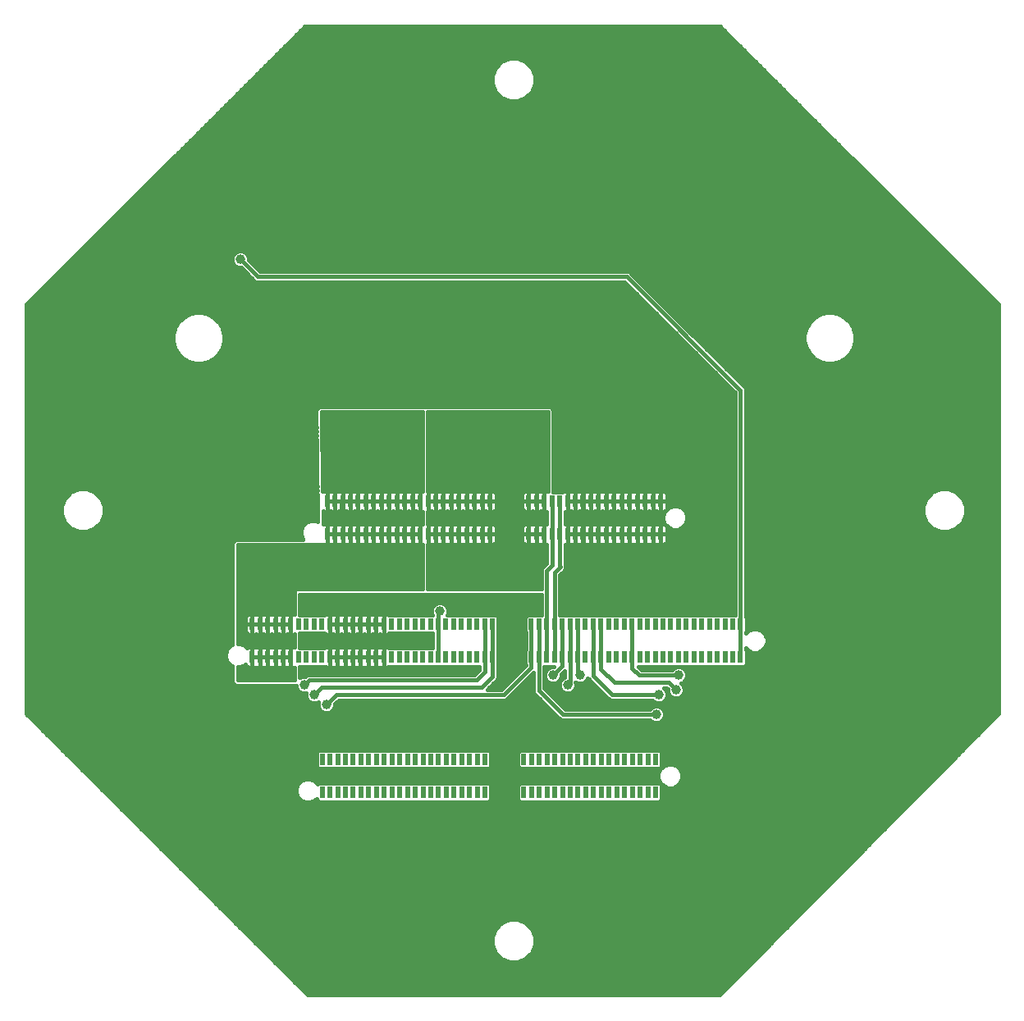
<source format=gtl>
G75*
%MOIN*%
%OFA0B0*%
%FSLAX25Y25*%
%IPPOS*%
%LPD*%
%AMOC8*
5,1,8,0,0,1.08239X$1,22.5*
%
%ADD10R,0.01969X0.04724*%
%ADD11C,0.01600*%
%ADD12C,0.03962*%
D10*
X0149083Y0112107D03*
X0152233Y0112107D03*
X0155383Y0112107D03*
X0158532Y0112107D03*
X0161682Y0112107D03*
X0164831Y0112107D03*
X0167981Y0112107D03*
X0171131Y0112107D03*
X0174280Y0112107D03*
X0177430Y0112107D03*
X0180580Y0112107D03*
X0183729Y0112107D03*
X0186879Y0112107D03*
X0190028Y0112107D03*
X0193178Y0112107D03*
X0196328Y0112107D03*
X0199477Y0112107D03*
X0202627Y0112107D03*
X0205776Y0112107D03*
X0208926Y0112107D03*
X0212076Y0112107D03*
X0215225Y0112107D03*
X0215225Y0125493D03*
X0212076Y0125493D03*
X0208926Y0125493D03*
X0205776Y0125493D03*
X0202627Y0125493D03*
X0199477Y0125493D03*
X0196328Y0125493D03*
X0193178Y0125493D03*
X0190028Y0125493D03*
X0186879Y0125493D03*
X0183729Y0125493D03*
X0180580Y0125493D03*
X0177430Y0125493D03*
X0174280Y0125493D03*
X0171131Y0125493D03*
X0167981Y0125493D03*
X0164831Y0125493D03*
X0161682Y0125493D03*
X0158532Y0125493D03*
X0155383Y0125493D03*
X0152233Y0125493D03*
X0149083Y0125493D03*
X0148934Y0167107D03*
X0152083Y0167107D03*
X0155233Y0167107D03*
X0158383Y0167107D03*
X0161532Y0167107D03*
X0164682Y0167107D03*
X0167831Y0167107D03*
X0170981Y0167107D03*
X0174131Y0167107D03*
X0177280Y0167107D03*
X0180430Y0167107D03*
X0183580Y0167107D03*
X0186729Y0167107D03*
X0189879Y0167107D03*
X0193028Y0167107D03*
X0196178Y0167107D03*
X0199328Y0167107D03*
X0202477Y0167107D03*
X0205627Y0167107D03*
X0208776Y0167107D03*
X0211926Y0167107D03*
X0215076Y0167107D03*
X0218225Y0167107D03*
X0218225Y0180493D03*
X0215076Y0180493D03*
X0211926Y0180493D03*
X0208776Y0180493D03*
X0205627Y0180493D03*
X0202477Y0180493D03*
X0199328Y0180493D03*
X0196178Y0180493D03*
X0193028Y0180493D03*
X0189879Y0180493D03*
X0186729Y0180493D03*
X0183580Y0180493D03*
X0180430Y0180493D03*
X0177280Y0180493D03*
X0174131Y0180493D03*
X0170981Y0180493D03*
X0167831Y0180493D03*
X0164682Y0180493D03*
X0161532Y0180493D03*
X0158383Y0180493D03*
X0155233Y0180493D03*
X0152083Y0180493D03*
X0148934Y0180493D03*
X0145784Y0180493D03*
X0142635Y0180493D03*
X0139485Y0180493D03*
X0136335Y0180493D03*
X0133186Y0180493D03*
X0130036Y0180493D03*
X0126887Y0180493D03*
X0123737Y0180493D03*
X0120587Y0180493D03*
X0120587Y0167107D03*
X0123737Y0167107D03*
X0126887Y0167107D03*
X0130036Y0167107D03*
X0133186Y0167107D03*
X0136335Y0167107D03*
X0139485Y0167107D03*
X0142635Y0167107D03*
X0145784Y0167107D03*
X0151083Y0217107D03*
X0154233Y0217107D03*
X0157383Y0217107D03*
X0160532Y0217107D03*
X0163682Y0217107D03*
X0166831Y0217107D03*
X0169981Y0217107D03*
X0173131Y0217107D03*
X0176280Y0217107D03*
X0179430Y0217107D03*
X0182580Y0217107D03*
X0185729Y0217107D03*
X0188879Y0217107D03*
X0192028Y0217107D03*
X0195178Y0217107D03*
X0198328Y0217107D03*
X0201477Y0217107D03*
X0204627Y0217107D03*
X0207776Y0217107D03*
X0210926Y0217107D03*
X0214076Y0217107D03*
X0217225Y0217107D03*
X0217225Y0230493D03*
X0214076Y0230493D03*
X0210926Y0230493D03*
X0207776Y0230493D03*
X0204627Y0230493D03*
X0201477Y0230493D03*
X0198328Y0230493D03*
X0195178Y0230493D03*
X0192028Y0230493D03*
X0188879Y0230493D03*
X0185729Y0230493D03*
X0182580Y0230493D03*
X0179430Y0230493D03*
X0176280Y0230493D03*
X0173131Y0230493D03*
X0169981Y0230493D03*
X0166831Y0230493D03*
X0163682Y0230493D03*
X0160532Y0230493D03*
X0157383Y0230493D03*
X0154233Y0230493D03*
X0151083Y0230493D03*
X0232973Y0230493D03*
X0236123Y0230493D03*
X0239272Y0230493D03*
X0242422Y0230493D03*
X0245572Y0230493D03*
X0248721Y0230493D03*
X0251871Y0230493D03*
X0255020Y0230493D03*
X0258170Y0230493D03*
X0261320Y0230493D03*
X0264469Y0230493D03*
X0267619Y0230493D03*
X0270769Y0230493D03*
X0273918Y0230493D03*
X0277068Y0230493D03*
X0280217Y0230493D03*
X0283367Y0230493D03*
X0286517Y0230493D03*
X0286517Y0217107D03*
X0283367Y0217107D03*
X0280217Y0217107D03*
X0277068Y0217107D03*
X0273918Y0217107D03*
X0270769Y0217107D03*
X0267619Y0217107D03*
X0264469Y0217107D03*
X0261320Y0217107D03*
X0258170Y0217107D03*
X0255020Y0217107D03*
X0251871Y0217107D03*
X0248721Y0217107D03*
X0245572Y0217107D03*
X0242422Y0217107D03*
X0239272Y0217107D03*
X0236123Y0217107D03*
X0232973Y0217107D03*
X0233973Y0180493D03*
X0237123Y0180493D03*
X0240272Y0180493D03*
X0243422Y0180493D03*
X0246572Y0180493D03*
X0249721Y0180493D03*
X0252871Y0180493D03*
X0256020Y0180493D03*
X0259170Y0180493D03*
X0262320Y0180493D03*
X0265469Y0180493D03*
X0268619Y0180493D03*
X0271769Y0180493D03*
X0274918Y0180493D03*
X0278068Y0180493D03*
X0281217Y0180493D03*
X0284367Y0180493D03*
X0287517Y0180493D03*
X0290666Y0180493D03*
X0293816Y0180493D03*
X0296965Y0180493D03*
X0300115Y0180493D03*
X0303265Y0180493D03*
X0306414Y0180493D03*
X0309564Y0180493D03*
X0312713Y0180493D03*
X0315863Y0180493D03*
X0319013Y0180493D03*
X0319013Y0167107D03*
X0315863Y0167107D03*
X0312713Y0167107D03*
X0309564Y0167107D03*
X0306414Y0167107D03*
X0303265Y0167107D03*
X0300115Y0167107D03*
X0296965Y0167107D03*
X0293816Y0167107D03*
X0290666Y0167107D03*
X0287517Y0167107D03*
X0284367Y0167107D03*
X0281217Y0167107D03*
X0278068Y0167107D03*
X0274918Y0167107D03*
X0271769Y0167107D03*
X0268619Y0167107D03*
X0265469Y0167107D03*
X0262320Y0167107D03*
X0259170Y0167107D03*
X0256020Y0167107D03*
X0252871Y0167107D03*
X0249721Y0167107D03*
X0246572Y0167107D03*
X0243422Y0167107D03*
X0240272Y0167107D03*
X0237123Y0167107D03*
X0233973Y0167107D03*
X0234123Y0125493D03*
X0237272Y0125493D03*
X0240422Y0125493D03*
X0243572Y0125493D03*
X0246721Y0125493D03*
X0249871Y0125493D03*
X0253020Y0125493D03*
X0256170Y0125493D03*
X0259320Y0125493D03*
X0262469Y0125493D03*
X0265619Y0125493D03*
X0268769Y0125493D03*
X0271918Y0125493D03*
X0275068Y0125493D03*
X0278217Y0125493D03*
X0281367Y0125493D03*
X0284517Y0125493D03*
X0284517Y0112107D03*
X0281367Y0112107D03*
X0278217Y0112107D03*
X0275068Y0112107D03*
X0271918Y0112107D03*
X0268769Y0112107D03*
X0265619Y0112107D03*
X0262469Y0112107D03*
X0259320Y0112107D03*
X0256170Y0112107D03*
X0253020Y0112107D03*
X0249871Y0112107D03*
X0246721Y0112107D03*
X0243572Y0112107D03*
X0240422Y0112107D03*
X0237272Y0112107D03*
X0234123Y0112107D03*
X0230973Y0112107D03*
X0230973Y0125493D03*
D11*
X0366273Y0086149D02*
X0086835Y0086149D01*
X0088433Y0084551D02*
X0364688Y0084551D01*
X0363103Y0082952D02*
X0090032Y0082952D01*
X0091630Y0081354D02*
X0361518Y0081354D01*
X0359934Y0079755D02*
X0093229Y0079755D01*
X0094827Y0078157D02*
X0358349Y0078157D01*
X0356764Y0076558D02*
X0096426Y0076558D01*
X0098024Y0074960D02*
X0355179Y0074960D01*
X0353595Y0073361D02*
X0099623Y0073361D01*
X0101221Y0071763D02*
X0352010Y0071763D01*
X0350425Y0070164D02*
X0102820Y0070164D01*
X0104418Y0068566D02*
X0348841Y0068566D01*
X0347256Y0066967D02*
X0106017Y0066967D01*
X0107615Y0065369D02*
X0345671Y0065369D01*
X0344086Y0063770D02*
X0109214Y0063770D01*
X0110812Y0062172D02*
X0342502Y0062172D01*
X0340917Y0060573D02*
X0112411Y0060573D01*
X0114009Y0058975D02*
X0221814Y0058975D01*
X0221929Y0059090D02*
X0219510Y0056671D01*
X0218201Y0053510D01*
X0218201Y0050090D01*
X0219510Y0046929D01*
X0221929Y0044510D01*
X0225090Y0043201D01*
X0228510Y0043201D01*
X0231671Y0044510D01*
X0234090Y0046929D01*
X0235399Y0050090D01*
X0235399Y0053510D01*
X0234090Y0056671D01*
X0231671Y0059090D01*
X0228510Y0060399D01*
X0225090Y0060399D01*
X0221929Y0059090D01*
X0220215Y0057376D02*
X0115608Y0057376D01*
X0117206Y0055778D02*
X0219140Y0055778D01*
X0218478Y0054179D02*
X0118805Y0054179D01*
X0120403Y0052581D02*
X0218201Y0052581D01*
X0218201Y0050982D02*
X0122002Y0050982D01*
X0123600Y0049384D02*
X0218493Y0049384D01*
X0219155Y0047785D02*
X0125199Y0047785D01*
X0126797Y0046187D02*
X0220252Y0046187D01*
X0221851Y0044588D02*
X0128396Y0044588D01*
X0129994Y0042990D02*
X0323485Y0042990D01*
X0325070Y0044588D02*
X0231749Y0044588D01*
X0233348Y0046187D02*
X0326654Y0046187D01*
X0328239Y0047785D02*
X0234445Y0047785D01*
X0235107Y0049384D02*
X0329824Y0049384D01*
X0331408Y0050982D02*
X0235399Y0050982D01*
X0235399Y0052581D02*
X0332993Y0052581D01*
X0334578Y0054179D02*
X0235122Y0054179D01*
X0234460Y0055778D02*
X0336163Y0055778D01*
X0337747Y0057376D02*
X0233385Y0057376D01*
X0231786Y0058975D02*
X0339332Y0058975D01*
X0321900Y0041391D02*
X0131593Y0041391D01*
X0133191Y0039793D02*
X0320315Y0039793D01*
X0318731Y0038194D02*
X0134790Y0038194D01*
X0136389Y0036596D02*
X0317146Y0036596D01*
X0315561Y0034997D02*
X0137987Y0034997D01*
X0139586Y0033399D02*
X0313976Y0033399D01*
X0312392Y0031800D02*
X0141184Y0031800D01*
X0142783Y0030201D02*
X0310807Y0030201D01*
X0310508Y0029900D02*
X0143084Y0029900D01*
X0028900Y0144084D01*
X0028900Y0310516D01*
X0142084Y0423700D01*
X0310516Y0423700D01*
X0423700Y0310516D01*
X0423700Y0144076D01*
X0310508Y0029900D01*
X0367857Y0087748D02*
X0085236Y0087748D01*
X0083638Y0089346D02*
X0369442Y0089346D01*
X0371027Y0090945D02*
X0082039Y0090945D01*
X0080441Y0092543D02*
X0372611Y0092543D01*
X0374196Y0094142D02*
X0078842Y0094142D01*
X0077244Y0095740D02*
X0375781Y0095740D01*
X0377366Y0097339D02*
X0075645Y0097339D01*
X0074047Y0098937D02*
X0378950Y0098937D01*
X0380535Y0100536D02*
X0072448Y0100536D01*
X0070850Y0102134D02*
X0382120Y0102134D01*
X0383705Y0103733D02*
X0069251Y0103733D01*
X0067653Y0105332D02*
X0385289Y0105332D01*
X0386874Y0106930D02*
X0066054Y0106930D01*
X0064455Y0108529D02*
X0141175Y0108529D01*
X0140459Y0108825D02*
X0142223Y0108094D01*
X0144133Y0108094D01*
X0145897Y0108825D01*
X0146699Y0109628D01*
X0146699Y0109165D01*
X0147519Y0108345D01*
X0150648Y0108345D01*
X0150658Y0108356D01*
X0150669Y0108345D01*
X0153797Y0108345D01*
X0153808Y0108356D01*
X0153819Y0108345D01*
X0156947Y0108345D01*
X0156957Y0108356D01*
X0156968Y0108345D01*
X0160096Y0108345D01*
X0160107Y0108356D01*
X0160118Y0108345D01*
X0163246Y0108345D01*
X0163257Y0108356D01*
X0163267Y0108345D01*
X0166396Y0108345D01*
X0166406Y0108356D01*
X0166417Y0108345D01*
X0169545Y0108345D01*
X0169556Y0108356D01*
X0169567Y0108345D01*
X0172695Y0108345D01*
X0172705Y0108356D01*
X0172716Y0108345D01*
X0175844Y0108345D01*
X0175855Y0108356D01*
X0175866Y0108345D01*
X0178994Y0108345D01*
X0179005Y0108356D01*
X0179015Y0108345D01*
X0182144Y0108345D01*
X0182154Y0108356D01*
X0182165Y0108345D01*
X0185293Y0108345D01*
X0185304Y0108356D01*
X0185315Y0108345D01*
X0188443Y0108345D01*
X0188454Y0108356D01*
X0188464Y0108345D01*
X0191592Y0108345D01*
X0191603Y0108356D01*
X0191614Y0108345D01*
X0194742Y0108345D01*
X0194753Y0108356D01*
X0194763Y0108345D01*
X0197892Y0108345D01*
X0197902Y0108356D01*
X0197913Y0108345D01*
X0201041Y0108345D01*
X0201052Y0108356D01*
X0201063Y0108345D01*
X0204191Y0108345D01*
X0204202Y0108356D01*
X0204212Y0108345D01*
X0207341Y0108345D01*
X0207351Y0108356D01*
X0207362Y0108345D01*
X0210490Y0108345D01*
X0210501Y0108356D01*
X0210511Y0108345D01*
X0213640Y0108345D01*
X0213650Y0108356D01*
X0213661Y0108345D01*
X0216789Y0108345D01*
X0217609Y0109165D01*
X0217609Y0115049D01*
X0216789Y0115869D01*
X0213661Y0115869D01*
X0213650Y0115859D01*
X0213640Y0115869D01*
X0210511Y0115869D01*
X0210501Y0115859D01*
X0210490Y0115869D01*
X0207362Y0115869D01*
X0207351Y0115859D01*
X0207341Y0115869D01*
X0204212Y0115869D01*
X0204202Y0115859D01*
X0204191Y0115869D01*
X0201063Y0115869D01*
X0201052Y0115859D01*
X0201041Y0115869D01*
X0197913Y0115869D01*
X0197902Y0115859D01*
X0197892Y0115869D01*
X0194763Y0115869D01*
X0194753Y0115859D01*
X0194742Y0115869D01*
X0191614Y0115869D01*
X0191603Y0115859D01*
X0191592Y0115869D01*
X0188464Y0115869D01*
X0188454Y0115859D01*
X0188443Y0115869D01*
X0185315Y0115869D01*
X0185304Y0115859D01*
X0185293Y0115869D01*
X0182165Y0115869D01*
X0182154Y0115859D01*
X0182144Y0115869D01*
X0179015Y0115869D01*
X0179005Y0115859D01*
X0178994Y0115869D01*
X0175866Y0115869D01*
X0175855Y0115859D01*
X0175844Y0115869D01*
X0172716Y0115869D01*
X0172705Y0115859D01*
X0172695Y0115869D01*
X0169567Y0115869D01*
X0169556Y0115859D01*
X0169545Y0115869D01*
X0166417Y0115869D01*
X0166406Y0115859D01*
X0166396Y0115869D01*
X0163267Y0115869D01*
X0163257Y0115859D01*
X0163246Y0115869D01*
X0160118Y0115869D01*
X0160107Y0115859D01*
X0160096Y0115869D01*
X0156968Y0115869D01*
X0156957Y0115859D01*
X0156947Y0115869D01*
X0153819Y0115869D01*
X0153808Y0115859D01*
X0153797Y0115869D01*
X0150669Y0115869D01*
X0150658Y0115859D01*
X0150648Y0115869D01*
X0147519Y0115869D01*
X0147252Y0115602D01*
X0147247Y0115613D01*
X0145897Y0116964D01*
X0144133Y0117694D01*
X0142223Y0117694D01*
X0140459Y0116964D01*
X0139109Y0115613D01*
X0138378Y0113849D01*
X0138378Y0111940D01*
X0139109Y0110176D01*
X0140459Y0108825D01*
X0139157Y0110127D02*
X0062857Y0110127D01*
X0061258Y0111726D02*
X0138467Y0111726D01*
X0138378Y0113324D02*
X0059660Y0113324D01*
X0058061Y0114923D02*
X0138823Y0114923D01*
X0140016Y0116521D02*
X0056463Y0116521D01*
X0054864Y0118120D02*
X0285622Y0118120D01*
X0285622Y0117845D02*
X0285622Y0119755D01*
X0286353Y0121519D01*
X0287703Y0122869D01*
X0289467Y0123600D01*
X0291377Y0123600D01*
X0293141Y0122869D01*
X0294491Y0121519D01*
X0295222Y0119755D01*
X0295222Y0117845D01*
X0294491Y0116081D01*
X0293141Y0114731D01*
X0291377Y0114000D01*
X0289467Y0114000D01*
X0287703Y0114731D01*
X0286353Y0116081D01*
X0285622Y0117845D01*
X0286171Y0116521D02*
X0146340Y0116521D01*
X0147519Y0121731D02*
X0150648Y0121731D01*
X0150658Y0121741D01*
X0150669Y0121731D01*
X0153797Y0121731D01*
X0153808Y0121741D01*
X0153819Y0121731D01*
X0156947Y0121731D01*
X0156957Y0121741D01*
X0156968Y0121731D01*
X0160096Y0121731D01*
X0160107Y0121741D01*
X0160118Y0121731D01*
X0163246Y0121731D01*
X0163257Y0121741D01*
X0163267Y0121731D01*
X0166396Y0121731D01*
X0166406Y0121741D01*
X0166417Y0121731D01*
X0169545Y0121731D01*
X0169556Y0121741D01*
X0169567Y0121731D01*
X0172695Y0121731D01*
X0172705Y0121741D01*
X0172716Y0121731D01*
X0175844Y0121731D01*
X0175855Y0121741D01*
X0175866Y0121731D01*
X0178994Y0121731D01*
X0179005Y0121741D01*
X0179015Y0121731D01*
X0182144Y0121731D01*
X0182154Y0121741D01*
X0182165Y0121731D01*
X0185293Y0121731D01*
X0185304Y0121741D01*
X0185315Y0121731D01*
X0188443Y0121731D01*
X0188454Y0121741D01*
X0188464Y0121731D01*
X0191592Y0121731D01*
X0191603Y0121741D01*
X0191614Y0121731D01*
X0194742Y0121731D01*
X0194753Y0121741D01*
X0194763Y0121731D01*
X0197892Y0121731D01*
X0197902Y0121741D01*
X0197913Y0121731D01*
X0201041Y0121731D01*
X0201052Y0121741D01*
X0201063Y0121731D01*
X0204191Y0121731D01*
X0204202Y0121741D01*
X0204212Y0121731D01*
X0207341Y0121731D01*
X0207351Y0121741D01*
X0207362Y0121731D01*
X0210490Y0121731D01*
X0210501Y0121741D01*
X0210511Y0121731D01*
X0213640Y0121731D01*
X0213650Y0121741D01*
X0213661Y0121731D01*
X0216789Y0121731D01*
X0217609Y0122551D01*
X0217609Y0128435D01*
X0216789Y0129255D01*
X0213661Y0129255D01*
X0213650Y0129244D01*
X0213640Y0129255D01*
X0210511Y0129255D01*
X0210501Y0129244D01*
X0210490Y0129255D01*
X0207362Y0129255D01*
X0207351Y0129244D01*
X0207341Y0129255D01*
X0204212Y0129255D01*
X0204202Y0129244D01*
X0204191Y0129255D01*
X0201063Y0129255D01*
X0201052Y0129244D01*
X0201041Y0129255D01*
X0197913Y0129255D01*
X0197902Y0129244D01*
X0197892Y0129255D01*
X0194763Y0129255D01*
X0194753Y0129244D01*
X0194742Y0129255D01*
X0191614Y0129255D01*
X0191603Y0129244D01*
X0191592Y0129255D01*
X0188464Y0129255D01*
X0188454Y0129244D01*
X0188443Y0129255D01*
X0185315Y0129255D01*
X0185304Y0129244D01*
X0185293Y0129255D01*
X0182165Y0129255D01*
X0182154Y0129244D01*
X0182144Y0129255D01*
X0179015Y0129255D01*
X0179005Y0129244D01*
X0178994Y0129255D01*
X0175866Y0129255D01*
X0175855Y0129244D01*
X0175844Y0129255D01*
X0172716Y0129255D01*
X0172705Y0129244D01*
X0172695Y0129255D01*
X0169567Y0129255D01*
X0169556Y0129244D01*
X0169545Y0129255D01*
X0166417Y0129255D01*
X0166406Y0129244D01*
X0166396Y0129255D01*
X0163267Y0129255D01*
X0163257Y0129244D01*
X0163246Y0129255D01*
X0160118Y0129255D01*
X0160107Y0129244D01*
X0160096Y0129255D01*
X0156968Y0129255D01*
X0156957Y0129244D01*
X0156947Y0129255D01*
X0153819Y0129255D01*
X0153808Y0129244D01*
X0153797Y0129255D01*
X0150669Y0129255D01*
X0150658Y0129244D01*
X0150648Y0129255D01*
X0147519Y0129255D01*
X0146699Y0128435D01*
X0146699Y0122551D01*
X0147519Y0121731D01*
X0146699Y0122915D02*
X0050069Y0122915D01*
X0051667Y0121317D02*
X0286269Y0121317D01*
X0286081Y0121731D02*
X0286901Y0122551D01*
X0286901Y0128435D01*
X0286081Y0129255D01*
X0282952Y0129255D01*
X0282942Y0129244D01*
X0282931Y0129255D01*
X0279803Y0129255D01*
X0279792Y0129244D01*
X0279781Y0129255D01*
X0276653Y0129255D01*
X0276643Y0129244D01*
X0276632Y0129255D01*
X0273504Y0129255D01*
X0273493Y0129244D01*
X0273482Y0129255D01*
X0270354Y0129255D01*
X0270343Y0129244D01*
X0270333Y0129255D01*
X0267204Y0129255D01*
X0267194Y0129244D01*
X0267183Y0129255D01*
X0264055Y0129255D01*
X0264044Y0129244D01*
X0264033Y0129255D01*
X0260905Y0129255D01*
X0260894Y0129244D01*
X0260884Y0129255D01*
X0257756Y0129255D01*
X0257745Y0129244D01*
X0257734Y0129255D01*
X0254606Y0129255D01*
X0254595Y0129244D01*
X0254585Y0129255D01*
X0251456Y0129255D01*
X0251446Y0129244D01*
X0251435Y0129255D01*
X0248307Y0129255D01*
X0248296Y0129244D01*
X0248285Y0129255D01*
X0245157Y0129255D01*
X0245146Y0129244D01*
X0245136Y0129255D01*
X0242007Y0129255D01*
X0241997Y0129244D01*
X0241986Y0129255D01*
X0238858Y0129255D01*
X0238847Y0129244D01*
X0238837Y0129255D01*
X0235708Y0129255D01*
X0235698Y0129244D01*
X0235687Y0129255D01*
X0232559Y0129255D01*
X0232548Y0129244D01*
X0232537Y0129255D01*
X0229409Y0129255D01*
X0228589Y0128435D01*
X0228589Y0122551D01*
X0229409Y0121731D01*
X0232537Y0121731D01*
X0232548Y0121741D01*
X0232559Y0121731D01*
X0235687Y0121731D01*
X0235698Y0121741D01*
X0235708Y0121731D01*
X0238837Y0121731D01*
X0238847Y0121741D01*
X0238858Y0121731D01*
X0241986Y0121731D01*
X0241997Y0121741D01*
X0242007Y0121731D01*
X0245136Y0121731D01*
X0245146Y0121741D01*
X0245157Y0121731D01*
X0248285Y0121731D01*
X0248296Y0121741D01*
X0248307Y0121731D01*
X0251435Y0121731D01*
X0251446Y0121741D01*
X0251456Y0121731D01*
X0254585Y0121731D01*
X0254595Y0121741D01*
X0254606Y0121731D01*
X0257734Y0121731D01*
X0257745Y0121741D01*
X0257756Y0121731D01*
X0260884Y0121731D01*
X0260894Y0121741D01*
X0260905Y0121731D01*
X0264033Y0121731D01*
X0264044Y0121741D01*
X0264055Y0121731D01*
X0267183Y0121731D01*
X0267194Y0121741D01*
X0267204Y0121731D01*
X0270333Y0121731D01*
X0270343Y0121741D01*
X0270354Y0121731D01*
X0273482Y0121731D01*
X0273493Y0121741D01*
X0273504Y0121731D01*
X0276632Y0121731D01*
X0276643Y0121741D01*
X0276653Y0121731D01*
X0279781Y0121731D01*
X0279792Y0121741D01*
X0279803Y0121731D01*
X0282931Y0121731D01*
X0282942Y0121741D01*
X0282952Y0121731D01*
X0286081Y0121731D01*
X0286901Y0122915D02*
X0287814Y0122915D01*
X0286901Y0124514D02*
X0404306Y0124514D01*
X0405891Y0126112D02*
X0286901Y0126112D01*
X0286901Y0127711D02*
X0407476Y0127711D01*
X0409060Y0129309D02*
X0043675Y0129309D01*
X0045273Y0127711D02*
X0146699Y0127711D01*
X0146699Y0126112D02*
X0046872Y0126112D01*
X0048470Y0124514D02*
X0146699Y0124514D01*
X0147336Y0108529D02*
X0145181Y0108529D01*
X0150127Y0144419D02*
X0148885Y0144934D01*
X0147934Y0145885D01*
X0147419Y0147127D01*
X0147419Y0148473D01*
X0147588Y0148881D01*
X0146473Y0148419D01*
X0145127Y0148419D01*
X0143885Y0148934D01*
X0142934Y0149885D01*
X0142419Y0151127D01*
X0142419Y0152419D01*
X0141127Y0152419D01*
X0139885Y0152934D01*
X0138934Y0153885D01*
X0138419Y0155127D01*
X0138419Y0155600D01*
X0113889Y0155600D01*
X0112600Y0156889D01*
X0112600Y0163561D01*
X0111963Y0163825D01*
X0110613Y0165176D01*
X0109882Y0166940D01*
X0109882Y0168849D01*
X0110613Y0170613D01*
X0111963Y0171964D01*
X0112600Y0172228D01*
X0112600Y0213711D01*
X0113889Y0215000D01*
X0141284Y0215000D01*
X0141109Y0215176D01*
X0140378Y0216940D01*
X0140378Y0218849D01*
X0141109Y0220613D01*
X0142459Y0221964D01*
X0144223Y0222694D01*
X0146133Y0222694D01*
X0147219Y0222245D01*
X0146613Y0265876D01*
X0146600Y0265889D01*
X0146600Y0266785D01*
X0146588Y0267681D01*
X0146600Y0267693D01*
X0146600Y0267711D01*
X0147234Y0268345D01*
X0147858Y0268987D01*
X0147876Y0268987D01*
X0147889Y0269000D01*
X0148785Y0269000D01*
X0149681Y0269012D01*
X0149693Y0269000D01*
X0190711Y0269000D01*
X0190800Y0268911D01*
X0190889Y0269000D01*
X0241711Y0269000D01*
X0243000Y0267711D01*
X0243000Y0234255D01*
X0243986Y0234255D01*
X0243997Y0234244D01*
X0244007Y0234255D01*
X0246591Y0234255D01*
X0246632Y0234295D01*
X0247042Y0234532D01*
X0247500Y0234655D01*
X0248721Y0234655D01*
X0248721Y0230493D01*
X0248721Y0230493D01*
X0248721Y0230493D01*
X0248721Y0226331D01*
X0247772Y0226331D01*
X0247772Y0221269D01*
X0248721Y0221269D01*
X0248721Y0217107D01*
X0248721Y0217107D01*
X0248721Y0212945D01*
X0247772Y0212945D01*
X0247772Y0204940D01*
X0248000Y0204711D01*
X0248000Y0202889D01*
X0246711Y0201600D01*
X0245622Y0200511D01*
X0245622Y0184255D01*
X0248136Y0184255D01*
X0248146Y0184244D01*
X0248157Y0184255D01*
X0251285Y0184255D01*
X0251296Y0184244D01*
X0251307Y0184255D01*
X0254435Y0184255D01*
X0254446Y0184244D01*
X0254456Y0184255D01*
X0257585Y0184255D01*
X0257595Y0184244D01*
X0257606Y0184255D01*
X0260734Y0184255D01*
X0260745Y0184244D01*
X0260756Y0184255D01*
X0263884Y0184255D01*
X0263894Y0184244D01*
X0263905Y0184255D01*
X0267033Y0184255D01*
X0267044Y0184244D01*
X0267055Y0184255D01*
X0270183Y0184255D01*
X0270194Y0184244D01*
X0270204Y0184255D01*
X0273333Y0184255D01*
X0273343Y0184244D01*
X0273354Y0184255D01*
X0276482Y0184255D01*
X0276493Y0184244D01*
X0276504Y0184255D01*
X0279632Y0184255D01*
X0279643Y0184244D01*
X0279653Y0184255D01*
X0282781Y0184255D01*
X0282792Y0184244D01*
X0282803Y0184255D01*
X0285931Y0184255D01*
X0285942Y0184244D01*
X0285952Y0184255D01*
X0289081Y0184255D01*
X0289091Y0184244D01*
X0289102Y0184255D01*
X0292230Y0184255D01*
X0292241Y0184244D01*
X0292252Y0184255D01*
X0295380Y0184255D01*
X0295391Y0184244D01*
X0295401Y0184255D01*
X0298530Y0184255D01*
X0298540Y0184244D01*
X0298551Y0184255D01*
X0301679Y0184255D01*
X0301690Y0184244D01*
X0301700Y0184255D01*
X0304829Y0184255D01*
X0304839Y0184244D01*
X0304850Y0184255D01*
X0307978Y0184255D01*
X0307989Y0184244D01*
X0308000Y0184255D01*
X0311128Y0184255D01*
X0311139Y0184244D01*
X0311149Y0184255D01*
X0314278Y0184255D01*
X0314288Y0184244D01*
X0314299Y0184255D01*
X0316813Y0184255D01*
X0316813Y0274676D01*
X0271889Y0319600D01*
X0121889Y0319600D01*
X0116070Y0325419D01*
X0115127Y0325419D01*
X0113885Y0325934D01*
X0112934Y0326885D01*
X0112419Y0328127D01*
X0112419Y0329473D01*
X0112934Y0330715D01*
X0113885Y0331666D01*
X0115127Y0332181D01*
X0116473Y0332181D01*
X0117715Y0331666D01*
X0118666Y0330715D01*
X0119181Y0329473D01*
X0119181Y0328530D01*
X0123711Y0324000D01*
X0273711Y0324000D01*
X0275000Y0322711D01*
X0321213Y0276499D01*
X0321213Y0183619D01*
X0321397Y0183435D01*
X0321397Y0177551D01*
X0321213Y0177367D01*
X0321213Y0176883D01*
X0322199Y0177869D01*
X0323963Y0178600D01*
X0325873Y0178600D01*
X0327637Y0177869D01*
X0328987Y0176519D01*
X0329718Y0174755D01*
X0329718Y0172845D01*
X0328987Y0171081D01*
X0327637Y0169731D01*
X0325873Y0169000D01*
X0323963Y0169000D01*
X0322199Y0169731D01*
X0321213Y0170717D01*
X0321213Y0170233D01*
X0321397Y0170049D01*
X0321397Y0164165D01*
X0320577Y0163345D01*
X0317448Y0163345D01*
X0317438Y0163356D01*
X0317427Y0163345D01*
X0314299Y0163345D01*
X0314288Y0163356D01*
X0314278Y0163345D01*
X0311149Y0163345D01*
X0311139Y0163356D01*
X0311128Y0163345D01*
X0308000Y0163345D01*
X0307989Y0163356D01*
X0307978Y0163345D01*
X0304850Y0163345D01*
X0304839Y0163356D01*
X0304829Y0163345D01*
X0301700Y0163345D01*
X0301690Y0163356D01*
X0301679Y0163345D01*
X0298551Y0163345D01*
X0298540Y0163356D01*
X0298530Y0163345D01*
X0295401Y0163345D01*
X0295391Y0163356D01*
X0295380Y0163345D01*
X0292252Y0163345D01*
X0292241Y0163356D01*
X0292230Y0163345D01*
X0289102Y0163345D01*
X0289091Y0163356D01*
X0289081Y0163345D01*
X0285952Y0163345D01*
X0285942Y0163356D01*
X0285931Y0163345D01*
X0282803Y0163345D01*
X0282792Y0163356D01*
X0282781Y0163345D01*
X0279653Y0163345D01*
X0279643Y0163356D01*
X0279632Y0163345D01*
X0277366Y0163345D01*
X0278711Y0162000D01*
X0291218Y0162000D01*
X0291885Y0162666D01*
X0293127Y0163181D01*
X0294473Y0163181D01*
X0295715Y0162666D01*
X0296666Y0161715D01*
X0297181Y0160473D01*
X0297181Y0159127D01*
X0296666Y0157885D01*
X0295715Y0156934D01*
X0294819Y0156562D01*
X0295666Y0155715D01*
X0296181Y0154473D01*
X0296181Y0153127D01*
X0295666Y0151885D01*
X0294715Y0150934D01*
X0293473Y0150419D01*
X0292127Y0150419D01*
X0290885Y0150934D01*
X0289934Y0151885D01*
X0289419Y0153127D01*
X0289419Y0154070D01*
X0288889Y0154600D01*
X0287782Y0154600D01*
X0288666Y0153715D01*
X0289181Y0152473D01*
X0289181Y0151127D01*
X0288666Y0149885D01*
X0287715Y0148934D01*
X0286473Y0148419D01*
X0285127Y0148419D01*
X0283885Y0148934D01*
X0283218Y0149600D01*
X0265889Y0149600D01*
X0264600Y0150889D01*
X0256970Y0158519D01*
X0256970Y0158618D01*
X0256666Y0157885D01*
X0255715Y0156934D01*
X0254473Y0156419D01*
X0253127Y0156419D01*
X0252012Y0156881D01*
X0252181Y0156473D01*
X0252181Y0155127D01*
X0251666Y0153885D01*
X0250715Y0152934D01*
X0249473Y0152419D01*
X0248127Y0152419D01*
X0246885Y0152934D01*
X0245934Y0153885D01*
X0245419Y0155127D01*
X0245419Y0156473D01*
X0245934Y0157715D01*
X0246885Y0158666D01*
X0247521Y0158930D01*
X0247521Y0161410D01*
X0246181Y0160070D01*
X0246181Y0159127D01*
X0245666Y0157885D01*
X0244715Y0156934D01*
X0243473Y0156419D01*
X0242127Y0156419D01*
X0240885Y0156934D01*
X0239934Y0157885D01*
X0239419Y0159127D01*
X0239419Y0160473D01*
X0239934Y0161715D01*
X0240885Y0162666D01*
X0242127Y0163181D01*
X0243070Y0163181D01*
X0243234Y0163345D01*
X0241858Y0163345D01*
X0241847Y0163356D01*
X0241837Y0163345D01*
X0239323Y0163345D01*
X0239323Y0154388D01*
X0247711Y0146000D01*
X0282218Y0146000D01*
X0282885Y0146666D01*
X0284127Y0147181D01*
X0285473Y0147181D01*
X0286715Y0146666D01*
X0287666Y0145715D01*
X0288181Y0144473D01*
X0288181Y0143127D01*
X0287666Y0141885D01*
X0286715Y0140934D01*
X0285473Y0140419D01*
X0284127Y0140419D01*
X0282885Y0140934D01*
X0282218Y0141600D01*
X0245889Y0141600D01*
X0244600Y0142889D01*
X0244600Y0142889D01*
X0234923Y0152566D01*
X0234923Y0160812D01*
X0225000Y0150889D01*
X0223711Y0149600D01*
X0155711Y0149600D01*
X0154181Y0148070D01*
X0154181Y0147127D01*
X0153666Y0145885D01*
X0152715Y0144934D01*
X0151473Y0144419D01*
X0150127Y0144419D01*
X0148524Y0145294D02*
X0028900Y0145294D01*
X0028900Y0146893D02*
X0147516Y0146893D01*
X0147427Y0148491D02*
X0146647Y0148491D01*
X0144953Y0148491D02*
X0028900Y0148491D01*
X0028900Y0150090D02*
X0142849Y0150090D01*
X0142419Y0151688D02*
X0028900Y0151688D01*
X0028900Y0153287D02*
X0139532Y0153287D01*
X0138519Y0154885D02*
X0028900Y0154885D01*
X0028900Y0156484D02*
X0113005Y0156484D01*
X0112600Y0158082D02*
X0028900Y0158082D01*
X0028900Y0159681D02*
X0112600Y0159681D01*
X0112600Y0161279D02*
X0028900Y0161279D01*
X0028900Y0162878D02*
X0112600Y0162878D01*
X0111312Y0164476D02*
X0028900Y0164476D01*
X0028900Y0166075D02*
X0110240Y0166075D01*
X0109882Y0167673D02*
X0028900Y0167673D01*
X0028900Y0169272D02*
X0110057Y0169272D01*
X0110870Y0170870D02*
X0028900Y0170870D01*
X0028900Y0172469D02*
X0112600Y0172469D01*
X0112600Y0174068D02*
X0028900Y0174068D01*
X0028900Y0175666D02*
X0112600Y0175666D01*
X0112600Y0177265D02*
X0028900Y0177265D01*
X0028900Y0178863D02*
X0112600Y0178863D01*
X0112600Y0180462D02*
X0028900Y0180462D01*
X0028900Y0182060D02*
X0112600Y0182060D01*
X0112600Y0183659D02*
X0028900Y0183659D01*
X0028900Y0185257D02*
X0112600Y0185257D01*
X0112600Y0186856D02*
X0028900Y0186856D01*
X0028900Y0188454D02*
X0112600Y0188454D01*
X0112600Y0190053D02*
X0028900Y0190053D01*
X0028900Y0191651D02*
X0112600Y0191651D01*
X0112600Y0193250D02*
X0028900Y0193250D01*
X0028900Y0194848D02*
X0112600Y0194848D01*
X0112600Y0196447D02*
X0028900Y0196447D01*
X0028900Y0198045D02*
X0112600Y0198045D01*
X0112600Y0199644D02*
X0028900Y0199644D01*
X0028900Y0201242D02*
X0112600Y0201242D01*
X0112600Y0202841D02*
X0028900Y0202841D01*
X0028900Y0204439D02*
X0112600Y0204439D01*
X0112600Y0206038D02*
X0028900Y0206038D01*
X0028900Y0207636D02*
X0112600Y0207636D01*
X0112600Y0209235D02*
X0028900Y0209235D01*
X0028900Y0210833D02*
X0112600Y0210833D01*
X0112600Y0212432D02*
X0028900Y0212432D01*
X0028900Y0214030D02*
X0112919Y0214030D01*
X0114800Y0212800D02*
X0188800Y0212800D01*
X0188800Y0194800D01*
X0137800Y0194800D01*
X0137800Y0184590D01*
X0137557Y0184655D01*
X0136335Y0184655D01*
X0136335Y0180493D01*
X0136335Y0180493D01*
X0133186Y0180493D01*
X0133186Y0180493D01*
X0133186Y0180493D01*
X0133186Y0184655D01*
X0134407Y0184655D01*
X0134761Y0184560D01*
X0135114Y0184655D01*
X0136335Y0184655D01*
X0136335Y0180493D01*
X0133551Y0180493D01*
X0133186Y0180493D01*
X0133186Y0176331D01*
X0134407Y0176331D01*
X0134761Y0176425D01*
X0135114Y0176331D01*
X0136335Y0176331D01*
X0136335Y0180493D01*
X0136335Y0180493D01*
X0136335Y0180493D01*
X0136335Y0176331D01*
X0137557Y0176331D01*
X0137800Y0176396D01*
X0137800Y0171204D01*
X0137557Y0171269D01*
X0136335Y0171269D01*
X0135114Y0171269D01*
X0134761Y0171175D01*
X0134407Y0171269D01*
X0133186Y0171269D01*
X0133186Y0167107D01*
X0133186Y0167107D01*
X0135970Y0167107D01*
X0136335Y0167107D01*
X0136335Y0167107D01*
X0133186Y0167107D01*
X0133186Y0162945D01*
X0134407Y0162945D01*
X0134761Y0163040D01*
X0135114Y0162945D01*
X0136335Y0162945D01*
X0136335Y0167107D01*
X0136335Y0167107D01*
X0136335Y0171269D01*
X0136335Y0167107D01*
X0136335Y0167107D01*
X0136335Y0162945D01*
X0137557Y0162945D01*
X0137800Y0163010D01*
X0137800Y0157800D01*
X0114800Y0157800D01*
X0114800Y0163094D01*
X0115637Y0163094D01*
X0117401Y0163825D01*
X0117862Y0164287D01*
X0117926Y0164050D01*
X0118163Y0163640D01*
X0118498Y0163305D01*
X0118908Y0163068D01*
X0119366Y0162945D01*
X0120587Y0162945D01*
X0120587Y0167107D01*
X0120587Y0167107D01*
X0120587Y0171269D01*
X0119366Y0171269D01*
X0118908Y0171147D01*
X0118498Y0170910D01*
X0118476Y0170888D01*
X0117401Y0171964D01*
X0115637Y0172694D01*
X0114800Y0172694D01*
X0114800Y0212800D01*
X0114800Y0212432D02*
X0188800Y0212432D01*
X0188879Y0212945D02*
X0188879Y0217107D01*
X0188879Y0212945D01*
X0189800Y0212945D01*
X0189800Y0194800D01*
X0149800Y0194800D01*
X0149547Y0213029D01*
X0149862Y0212945D01*
X0151083Y0212945D01*
X0151083Y0217107D01*
X0151084Y0217107D01*
X0151084Y0217107D01*
X0151449Y0217107D01*
X0154233Y0217107D01*
X0154233Y0217107D01*
X0154233Y0212945D01*
X0153012Y0212945D01*
X0152658Y0213040D01*
X0152305Y0212945D01*
X0151084Y0212945D01*
X0151084Y0217107D01*
X0154233Y0217107D01*
X0154233Y0217107D01*
X0154233Y0212945D01*
X0155454Y0212945D01*
X0155808Y0213040D01*
X0156161Y0212945D01*
X0157383Y0212945D01*
X0158604Y0212945D01*
X0158957Y0213040D01*
X0159311Y0212945D01*
X0160532Y0212945D01*
X0160532Y0217107D01*
X0157748Y0217107D01*
X0157383Y0217107D01*
X0157383Y0217107D01*
X0160532Y0217107D01*
X0160532Y0217107D01*
X0160532Y0217107D01*
X0160532Y0221269D01*
X0159311Y0221269D01*
X0158957Y0221175D01*
X0158604Y0221269D01*
X0157383Y0221269D01*
X0157383Y0217107D01*
X0157383Y0212945D01*
X0157383Y0217107D01*
X0157383Y0217107D01*
X0157383Y0217107D01*
X0157383Y0221269D01*
X0156161Y0221269D01*
X0155808Y0221175D01*
X0155454Y0221269D01*
X0154233Y0221269D01*
X0153012Y0221269D01*
X0152658Y0221175D01*
X0152305Y0221269D01*
X0151084Y0221269D01*
X0151084Y0217107D01*
X0151083Y0217107D01*
X0151083Y0221269D01*
X0149862Y0221269D01*
X0149434Y0221155D01*
X0149360Y0226479D01*
X0149404Y0226453D01*
X0149862Y0226331D01*
X0151083Y0226331D01*
X0151083Y0230493D01*
X0151083Y0234655D01*
X0149862Y0234655D01*
X0149404Y0234532D01*
X0149249Y0234443D01*
X0148800Y0266800D01*
X0189800Y0266800D01*
X0189800Y0234655D01*
X0188879Y0234655D01*
X0188879Y0230493D01*
X0188879Y0230493D01*
X0188879Y0226331D01*
X0189800Y0226331D01*
X0189800Y0221269D01*
X0188879Y0221269D01*
X0188879Y0217107D01*
X0188879Y0217107D01*
X0188879Y0217107D01*
X0188879Y0221269D01*
X0187658Y0221269D01*
X0187304Y0221175D01*
X0186950Y0221269D01*
X0185729Y0221269D01*
X0184508Y0221269D01*
X0184154Y0221175D01*
X0183801Y0221269D01*
X0182580Y0221269D01*
X0182580Y0217107D01*
X0182580Y0217107D01*
X0182945Y0217107D01*
X0185729Y0217107D01*
X0185729Y0217107D01*
X0185729Y0217107D01*
X0185729Y0212945D01*
X0184508Y0212945D01*
X0184154Y0213040D01*
X0183801Y0212945D01*
X0182580Y0212945D01*
X0182580Y0217107D01*
X0185729Y0217107D01*
X0185729Y0212945D01*
X0186950Y0212945D01*
X0187304Y0213040D01*
X0187658Y0212945D01*
X0188879Y0212945D01*
X0189800Y0212432D02*
X0149555Y0212432D01*
X0149577Y0210833D02*
X0189800Y0210833D01*
X0188800Y0210833D02*
X0114800Y0210833D01*
X0114800Y0209235D02*
X0188800Y0209235D01*
X0189800Y0209235D02*
X0149600Y0209235D01*
X0149622Y0207636D02*
X0189800Y0207636D01*
X0188800Y0207636D02*
X0114800Y0207636D01*
X0114800Y0206038D02*
X0188800Y0206038D01*
X0189800Y0206038D02*
X0149644Y0206038D01*
X0149666Y0204439D02*
X0189800Y0204439D01*
X0188800Y0204439D02*
X0114800Y0204439D01*
X0114800Y0202841D02*
X0188800Y0202841D01*
X0189800Y0202841D02*
X0149688Y0202841D01*
X0149711Y0201242D02*
X0189800Y0201242D01*
X0188800Y0201242D02*
X0114800Y0201242D01*
X0114800Y0199644D02*
X0188800Y0199644D01*
X0189800Y0199644D02*
X0149733Y0199644D01*
X0149755Y0198045D02*
X0189800Y0198045D01*
X0188800Y0198045D02*
X0114800Y0198045D01*
X0114800Y0196447D02*
X0188800Y0196447D01*
X0189800Y0196447D02*
X0149777Y0196447D01*
X0149799Y0194848D02*
X0189800Y0194848D01*
X0188800Y0194848D02*
X0114800Y0194848D01*
X0114800Y0193250D02*
X0137800Y0193250D01*
X0137800Y0191651D02*
X0114800Y0191651D01*
X0114800Y0190053D02*
X0137800Y0190053D01*
X0137800Y0188454D02*
X0114800Y0188454D01*
X0114800Y0186856D02*
X0137800Y0186856D01*
X0137800Y0185257D02*
X0114800Y0185257D01*
X0114800Y0183659D02*
X0117989Y0183659D01*
X0117926Y0183550D02*
X0118163Y0183960D01*
X0118498Y0184295D01*
X0118908Y0184532D01*
X0119366Y0184655D01*
X0120587Y0184655D01*
X0120587Y0180493D01*
X0120587Y0180493D01*
X0117803Y0180493D01*
X0117803Y0183092D01*
X0117926Y0183550D01*
X0117803Y0182060D02*
X0114800Y0182060D01*
X0114800Y0180462D02*
X0117803Y0180462D01*
X0117803Y0180493D02*
X0117803Y0177894D01*
X0117926Y0177436D01*
X0118163Y0177025D01*
X0118498Y0176690D01*
X0118908Y0176453D01*
X0119366Y0176331D01*
X0120587Y0176331D01*
X0120587Y0180493D01*
X0117803Y0180493D01*
X0117803Y0178863D02*
X0114800Y0178863D01*
X0114800Y0177265D02*
X0118025Y0177265D01*
X0120587Y0177265D02*
X0120587Y0177265D01*
X0120587Y0176331D02*
X0120587Y0180493D01*
X0120587Y0180493D01*
X0120587Y0180493D01*
X0120587Y0184655D01*
X0121809Y0184655D01*
X0122162Y0184560D01*
X0122516Y0184655D01*
X0123737Y0184655D01*
X0123737Y0180493D01*
X0123737Y0180493D01*
X0123737Y0184655D01*
X0124958Y0184655D01*
X0125312Y0184560D01*
X0125665Y0184655D01*
X0126887Y0184655D01*
X0126887Y0180493D01*
X0130036Y0180493D01*
X0130036Y0180493D01*
X0130036Y0184655D01*
X0128815Y0184655D01*
X0128461Y0184560D01*
X0128108Y0184655D01*
X0126887Y0184655D01*
X0126887Y0180493D01*
X0126887Y0180493D01*
X0127252Y0180493D01*
X0130036Y0180493D01*
X0130036Y0180493D01*
X0130036Y0180493D01*
X0130036Y0176331D01*
X0128815Y0176331D01*
X0128461Y0176425D01*
X0128108Y0176331D01*
X0126887Y0176331D01*
X0126887Y0180493D01*
X0126887Y0180493D01*
X0126887Y0180493D01*
X0126887Y0176331D01*
X0125665Y0176331D01*
X0125312Y0176425D01*
X0124958Y0176331D01*
X0123737Y0176331D01*
X0123737Y0180493D01*
X0123737Y0180493D01*
X0120588Y0180493D01*
X0120588Y0180493D01*
X0123372Y0180493D01*
X0123737Y0180493D01*
X0126886Y0180493D01*
X0126886Y0180493D01*
X0124102Y0180493D01*
X0123737Y0180493D01*
X0123737Y0180493D01*
X0123737Y0180493D01*
X0123737Y0176331D01*
X0122516Y0176331D01*
X0122162Y0176425D01*
X0121809Y0176331D01*
X0120587Y0176331D01*
X0120587Y0178863D02*
X0120587Y0178863D01*
X0120587Y0180462D02*
X0120587Y0180462D01*
X0120587Y0182060D02*
X0120587Y0182060D01*
X0120587Y0183659D02*
X0120587Y0183659D01*
X0123737Y0183659D02*
X0123737Y0183659D01*
X0123737Y0182060D02*
X0123737Y0182060D01*
X0123737Y0180462D02*
X0123737Y0180462D01*
X0123737Y0178863D02*
X0123737Y0178863D01*
X0123737Y0177265D02*
X0123737Y0177265D01*
X0126887Y0177265D02*
X0126887Y0177265D01*
X0126887Y0178863D02*
X0126887Y0178863D01*
X0126887Y0180462D02*
X0126887Y0180462D01*
X0126887Y0182060D02*
X0126887Y0182060D01*
X0126887Y0183659D02*
X0126887Y0183659D01*
X0130036Y0183659D02*
X0130036Y0183659D01*
X0130036Y0184655D02*
X0130036Y0180493D01*
X0133186Y0180493D01*
X0133186Y0180493D01*
X0133186Y0184655D01*
X0131965Y0184655D01*
X0131611Y0184560D01*
X0131257Y0184655D01*
X0130036Y0184655D01*
X0130036Y0182060D02*
X0130036Y0182060D01*
X0130036Y0180493D02*
X0130036Y0180493D01*
X0130036Y0176331D01*
X0131257Y0176331D01*
X0131611Y0176425D01*
X0131965Y0176331D01*
X0133186Y0176331D01*
X0133186Y0180493D01*
X0133186Y0180493D01*
X0132820Y0180493D01*
X0130036Y0180493D01*
X0130036Y0180462D02*
X0130036Y0180462D01*
X0130036Y0178863D02*
X0130036Y0178863D01*
X0130036Y0177265D02*
X0130036Y0177265D01*
X0133186Y0177265D02*
X0133186Y0177265D01*
X0133186Y0178863D02*
X0133186Y0178863D01*
X0133186Y0180462D02*
X0133186Y0180462D01*
X0133186Y0182060D02*
X0133186Y0182060D01*
X0133186Y0183659D02*
X0133186Y0183659D01*
X0136335Y0183659D02*
X0136335Y0183659D01*
X0136335Y0182060D02*
X0136335Y0182060D01*
X0136335Y0180462D02*
X0136335Y0180462D01*
X0136335Y0178863D02*
X0136335Y0178863D01*
X0136335Y0177265D02*
X0136335Y0177265D01*
X0137800Y0175666D02*
X0114800Y0175666D01*
X0114800Y0174068D02*
X0137800Y0174068D01*
X0137800Y0172469D02*
X0116181Y0172469D01*
X0120587Y0171269D02*
X0120587Y0167107D01*
X0120587Y0167107D01*
X0123737Y0167107D01*
X0123737Y0162945D01*
X0124958Y0162945D01*
X0125312Y0163040D01*
X0125665Y0162945D01*
X0126887Y0162945D01*
X0128108Y0162945D01*
X0128461Y0163040D01*
X0128815Y0162945D01*
X0130036Y0162945D01*
X0130036Y0167107D01*
X0127252Y0167107D01*
X0126887Y0167107D01*
X0126887Y0167107D01*
X0130036Y0167107D01*
X0130036Y0167107D01*
X0130036Y0167107D01*
X0130036Y0171269D01*
X0128815Y0171269D01*
X0128461Y0171175D01*
X0128108Y0171269D01*
X0126887Y0171269D01*
X0126887Y0167107D01*
X0126887Y0162945D01*
X0126887Y0167107D01*
X0126887Y0167107D01*
X0126887Y0167107D01*
X0126887Y0171269D01*
X0125665Y0171269D01*
X0125312Y0171175D01*
X0124958Y0171269D01*
X0123737Y0171269D01*
X0122516Y0171269D01*
X0122162Y0171175D01*
X0121809Y0171269D01*
X0120587Y0171269D01*
X0120587Y0170870D02*
X0120587Y0170870D01*
X0120587Y0169272D02*
X0120587Y0169272D01*
X0120587Y0167673D02*
X0120587Y0167673D01*
X0120588Y0167107D02*
X0123737Y0167107D01*
X0123737Y0167107D01*
X0123737Y0162945D01*
X0122516Y0162945D01*
X0122162Y0163040D01*
X0121809Y0162945D01*
X0120587Y0162945D01*
X0120587Y0167107D01*
X0120588Y0167107D02*
X0120588Y0167107D01*
X0123372Y0167107D01*
X0123737Y0167107D01*
X0123737Y0167107D01*
X0123737Y0167107D01*
X0124102Y0167107D01*
X0126886Y0167107D01*
X0126886Y0167107D01*
X0123737Y0167107D01*
X0123737Y0171269D01*
X0123737Y0167107D01*
X0123737Y0167107D01*
X0123737Y0167673D02*
X0123737Y0167673D01*
X0123737Y0166075D02*
X0123737Y0166075D01*
X0123737Y0164476D02*
X0123737Y0164476D01*
X0126887Y0164476D02*
X0126887Y0164476D01*
X0126887Y0166075D02*
X0126887Y0166075D01*
X0126887Y0167673D02*
X0126887Y0167673D01*
X0126887Y0169272D02*
X0126887Y0169272D01*
X0126887Y0170870D02*
X0126887Y0170870D01*
X0130036Y0170870D02*
X0130036Y0170870D01*
X0130036Y0171269D02*
X0130036Y0167107D01*
X0130036Y0167107D01*
X0130036Y0162945D01*
X0131257Y0162945D01*
X0131611Y0163040D01*
X0131965Y0162945D01*
X0133186Y0162945D01*
X0133186Y0167107D01*
X0133186Y0167107D01*
X0133186Y0167107D01*
X0130402Y0167107D01*
X0130036Y0167107D01*
X0130036Y0167107D01*
X0133186Y0167107D01*
X0133186Y0167107D01*
X0133186Y0171269D01*
X0131965Y0171269D01*
X0131611Y0171175D01*
X0131257Y0171269D01*
X0130036Y0171269D01*
X0130036Y0169272D02*
X0130036Y0169272D01*
X0130036Y0167673D02*
X0130036Y0167673D01*
X0130036Y0166075D02*
X0130036Y0166075D01*
X0130036Y0164476D02*
X0130036Y0164476D01*
X0133186Y0164476D02*
X0133186Y0164476D01*
X0133186Y0166075D02*
X0133186Y0166075D01*
X0133186Y0167673D02*
X0133186Y0167673D01*
X0133186Y0169272D02*
X0133186Y0169272D01*
X0133186Y0170870D02*
X0133186Y0170870D01*
X0136335Y0170870D02*
X0136335Y0170870D01*
X0136335Y0169272D02*
X0136335Y0169272D01*
X0136335Y0167673D02*
X0136335Y0167673D01*
X0136335Y0166075D02*
X0136335Y0166075D01*
X0136335Y0164476D02*
X0136335Y0164476D01*
X0137800Y0162878D02*
X0114800Y0162878D01*
X0114800Y0161279D02*
X0137800Y0161279D01*
X0137800Y0159681D02*
X0114800Y0159681D01*
X0114800Y0158082D02*
X0137800Y0158082D01*
X0140000Y0158714D02*
X0140000Y0163345D01*
X0141049Y0163345D01*
X0141060Y0163356D01*
X0141070Y0163345D01*
X0144199Y0163345D01*
X0144209Y0163356D01*
X0144220Y0163345D01*
X0147348Y0163345D01*
X0147359Y0163356D01*
X0147370Y0163345D01*
X0149954Y0163345D01*
X0149994Y0163305D01*
X0150404Y0163068D01*
X0150862Y0162945D01*
X0152083Y0162945D01*
X0152083Y0167107D01*
X0152084Y0167107D01*
X0152084Y0167107D01*
X0152449Y0167107D01*
X0155233Y0167107D01*
X0155233Y0167107D01*
X0155233Y0162945D01*
X0154012Y0162945D01*
X0153658Y0163040D01*
X0153305Y0162945D01*
X0152084Y0162945D01*
X0152084Y0167107D01*
X0155233Y0167107D01*
X0155233Y0167107D01*
X0155233Y0162945D01*
X0156454Y0162945D01*
X0156808Y0163040D01*
X0157161Y0162945D01*
X0158383Y0162945D01*
X0159604Y0162945D01*
X0159957Y0163040D01*
X0160311Y0162945D01*
X0161532Y0162945D01*
X0161532Y0167107D01*
X0161167Y0167107D01*
X0158383Y0167107D01*
X0158383Y0167107D01*
X0161532Y0167107D01*
X0161532Y0167107D01*
X0161532Y0167107D01*
X0161532Y0171269D01*
X0160311Y0171269D01*
X0159957Y0171175D01*
X0159604Y0171269D01*
X0158383Y0171269D01*
X0158383Y0167107D01*
X0158383Y0162945D01*
X0158383Y0167107D01*
X0158383Y0167107D01*
X0158383Y0167107D01*
X0158383Y0171269D01*
X0157161Y0171269D01*
X0156808Y0171175D01*
X0156454Y0171269D01*
X0155233Y0171269D01*
X0154012Y0171269D01*
X0153658Y0171175D01*
X0153305Y0171269D01*
X0152084Y0171269D01*
X0152084Y0167107D01*
X0152083Y0167107D01*
X0152083Y0171269D01*
X0150862Y0171269D01*
X0150404Y0171147D01*
X0149994Y0170910D01*
X0149954Y0170869D01*
X0147370Y0170869D01*
X0147359Y0170859D01*
X0147348Y0170869D01*
X0144220Y0170869D01*
X0144209Y0170859D01*
X0144199Y0170869D01*
X0141070Y0170869D01*
X0141060Y0170859D01*
X0141049Y0170869D01*
X0140000Y0170869D01*
X0140000Y0176731D01*
X0141049Y0176731D01*
X0141060Y0176741D01*
X0141070Y0176731D01*
X0144199Y0176731D01*
X0144209Y0176741D01*
X0144220Y0176731D01*
X0147348Y0176731D01*
X0147359Y0176741D01*
X0147370Y0176731D01*
X0149954Y0176731D01*
X0149994Y0176690D01*
X0150404Y0176453D01*
X0150862Y0176331D01*
X0152083Y0176331D01*
X0152083Y0180493D01*
X0152083Y0184655D01*
X0150862Y0184655D01*
X0150404Y0184532D01*
X0149994Y0184295D01*
X0149954Y0184255D01*
X0147370Y0184255D01*
X0147359Y0184244D01*
X0147348Y0184255D01*
X0144220Y0184255D01*
X0144209Y0184244D01*
X0144199Y0184255D01*
X0141070Y0184255D01*
X0141060Y0184244D01*
X0141049Y0184255D01*
X0140000Y0184255D01*
X0140000Y0192600D01*
X0148907Y0192600D01*
X0148919Y0192588D01*
X0149815Y0192600D01*
X0190711Y0192600D01*
X0190800Y0192689D01*
X0190889Y0192600D01*
X0238072Y0192600D01*
X0238072Y0184255D01*
X0235559Y0184255D01*
X0235548Y0184244D01*
X0235537Y0184255D01*
X0232409Y0184255D01*
X0231589Y0183435D01*
X0231589Y0177551D01*
X0231773Y0177367D01*
X0231773Y0170233D01*
X0231589Y0170049D01*
X0231589Y0164165D01*
X0231773Y0163981D01*
X0231773Y0163884D01*
X0221889Y0154000D01*
X0216111Y0154000D01*
X0220425Y0158314D01*
X0220425Y0163981D01*
X0220609Y0164165D01*
X0220609Y0170049D01*
X0220425Y0170233D01*
X0220425Y0177367D01*
X0220609Y0177551D01*
X0220609Y0183435D01*
X0219789Y0184255D01*
X0216661Y0184255D01*
X0216650Y0184244D01*
X0216640Y0184255D01*
X0213511Y0184255D01*
X0213501Y0184244D01*
X0213490Y0184255D01*
X0210362Y0184255D01*
X0210351Y0184244D01*
X0210341Y0184255D01*
X0207212Y0184255D01*
X0207202Y0184244D01*
X0207191Y0184255D01*
X0204063Y0184255D01*
X0204052Y0184244D01*
X0204041Y0184255D01*
X0200913Y0184255D01*
X0200902Y0184244D01*
X0200892Y0184255D01*
X0199820Y0184255D01*
X0200181Y0185127D01*
X0200181Y0186473D01*
X0199666Y0187715D01*
X0198715Y0188666D01*
X0197473Y0189181D01*
X0196127Y0189181D01*
X0194885Y0188666D01*
X0193934Y0187715D01*
X0193419Y0186473D01*
X0193419Y0185127D01*
X0193780Y0184255D01*
X0191464Y0184255D01*
X0191454Y0184244D01*
X0191443Y0184255D01*
X0188315Y0184255D01*
X0188304Y0184244D01*
X0188293Y0184255D01*
X0185165Y0184255D01*
X0185154Y0184244D01*
X0185144Y0184255D01*
X0182015Y0184255D01*
X0182005Y0184244D01*
X0181994Y0184255D01*
X0178866Y0184255D01*
X0178855Y0184244D01*
X0178844Y0184255D01*
X0176261Y0184255D01*
X0176220Y0184295D01*
X0175810Y0184532D01*
X0175352Y0184655D01*
X0174131Y0184655D01*
X0174131Y0180493D01*
X0174131Y0180493D01*
X0174131Y0176331D01*
X0175352Y0176331D01*
X0175810Y0176453D01*
X0176220Y0176690D01*
X0176261Y0176731D01*
X0178844Y0176731D01*
X0178855Y0176741D01*
X0178866Y0176731D01*
X0181994Y0176731D01*
X0182005Y0176741D01*
X0182015Y0176731D01*
X0185144Y0176731D01*
X0185154Y0176741D01*
X0185165Y0176731D01*
X0188293Y0176731D01*
X0188304Y0176741D01*
X0188315Y0176731D01*
X0191443Y0176731D01*
X0191454Y0176741D01*
X0191464Y0176731D01*
X0193978Y0176731D01*
X0193978Y0170869D01*
X0191464Y0170869D01*
X0191454Y0170859D01*
X0191443Y0170869D01*
X0188315Y0170869D01*
X0188304Y0170859D01*
X0188293Y0170869D01*
X0185165Y0170869D01*
X0185154Y0170859D01*
X0185144Y0170869D01*
X0182015Y0170869D01*
X0182005Y0170859D01*
X0181994Y0170869D01*
X0178866Y0170869D01*
X0178855Y0170859D01*
X0178844Y0170869D01*
X0176261Y0170869D01*
X0176220Y0170910D01*
X0175810Y0171147D01*
X0175352Y0171269D01*
X0174131Y0171269D01*
X0174131Y0167107D01*
X0174131Y0162945D01*
X0175352Y0162945D01*
X0175810Y0163068D01*
X0176220Y0163305D01*
X0176261Y0163345D01*
X0178844Y0163345D01*
X0178855Y0163356D01*
X0178866Y0163345D01*
X0181994Y0163345D01*
X0182005Y0163356D01*
X0182015Y0163345D01*
X0185144Y0163345D01*
X0185154Y0163356D01*
X0185165Y0163345D01*
X0188293Y0163345D01*
X0188304Y0163356D01*
X0188315Y0163345D01*
X0191443Y0163345D01*
X0191454Y0163356D01*
X0191464Y0163345D01*
X0194592Y0163345D01*
X0194603Y0163356D01*
X0194614Y0163345D01*
X0197742Y0163345D01*
X0197753Y0163356D01*
X0197763Y0163345D01*
X0200892Y0163345D01*
X0200902Y0163356D01*
X0200913Y0163345D01*
X0204041Y0163345D01*
X0204052Y0163356D01*
X0204063Y0163345D01*
X0207191Y0163345D01*
X0207202Y0163356D01*
X0207212Y0163345D01*
X0210341Y0163345D01*
X0210351Y0163356D01*
X0210362Y0163345D01*
X0212876Y0163345D01*
X0212876Y0161987D01*
X0210889Y0160000D01*
X0142889Y0160000D01*
X0142070Y0159181D01*
X0141127Y0159181D01*
X0140000Y0158714D01*
X0140000Y0159681D02*
X0142570Y0159681D01*
X0143800Y0157800D02*
X0141800Y0155800D01*
X0143800Y0157800D02*
X0211800Y0157800D01*
X0215076Y0161076D01*
X0215076Y0167107D01*
X0215076Y0180493D01*
X0218225Y0180493D02*
X0218225Y0167107D01*
X0218225Y0159225D01*
X0213800Y0154800D01*
X0148800Y0154800D01*
X0145800Y0151800D01*
X0150800Y0147800D02*
X0154800Y0151800D01*
X0222800Y0151800D01*
X0233973Y0162973D01*
X0233973Y0167107D01*
X0233973Y0180493D01*
X0231589Y0180462D02*
X0220609Y0180462D01*
X0220609Y0182060D02*
X0231589Y0182060D01*
X0231813Y0183659D02*
X0220386Y0183659D01*
X0220609Y0178863D02*
X0231589Y0178863D01*
X0231773Y0177265D02*
X0220425Y0177265D01*
X0220425Y0175666D02*
X0231773Y0175666D01*
X0231773Y0174068D02*
X0220425Y0174068D01*
X0220425Y0172469D02*
X0231773Y0172469D01*
X0231773Y0170870D02*
X0220425Y0170870D01*
X0220609Y0169272D02*
X0231589Y0169272D01*
X0231589Y0167673D02*
X0220609Y0167673D01*
X0220609Y0166075D02*
X0231589Y0166075D01*
X0231589Y0164476D02*
X0220609Y0164476D01*
X0220425Y0162878D02*
X0230767Y0162878D01*
X0229168Y0161279D02*
X0220425Y0161279D01*
X0220425Y0159681D02*
X0227570Y0159681D01*
X0225971Y0158082D02*
X0220194Y0158082D01*
X0218595Y0156484D02*
X0224373Y0156484D01*
X0222774Y0154885D02*
X0216997Y0154885D01*
X0212168Y0161279D02*
X0140000Y0161279D01*
X0140000Y0162878D02*
X0212876Y0162878D01*
X0224201Y0150090D02*
X0237399Y0150090D01*
X0235800Y0151688D02*
X0225800Y0151688D01*
X0227398Y0153287D02*
X0234923Y0153287D01*
X0234923Y0154885D02*
X0228997Y0154885D01*
X0230595Y0156484D02*
X0234923Y0156484D01*
X0234923Y0158082D02*
X0232194Y0158082D01*
X0233792Y0159681D02*
X0234923Y0159681D01*
X0239323Y0159681D02*
X0239419Y0159681D01*
X0239323Y0161279D02*
X0239753Y0161279D01*
X0239323Y0162878D02*
X0241396Y0162878D01*
X0242800Y0159800D02*
X0246572Y0163572D01*
X0246572Y0167107D01*
X0246572Y0180493D01*
X0249721Y0180493D02*
X0249721Y0167107D01*
X0249721Y0156721D01*
X0248800Y0155800D01*
X0246301Y0158082D02*
X0245748Y0158082D01*
X0245424Y0156484D02*
X0243629Y0156484D01*
X0241971Y0156484D02*
X0239323Y0156484D01*
X0239323Y0158082D02*
X0239852Y0158082D01*
X0239323Y0154885D02*
X0245519Y0154885D01*
X0246532Y0153287D02*
X0240424Y0153287D01*
X0242023Y0151688D02*
X0263800Y0151688D01*
X0262202Y0153287D02*
X0251068Y0153287D01*
X0252081Y0154885D02*
X0260603Y0154885D01*
X0259005Y0156484D02*
X0254629Y0156484D01*
X0252971Y0156484D02*
X0252176Y0156484D01*
X0253800Y0159800D02*
X0252871Y0160729D01*
X0252871Y0167107D01*
X0252871Y0180493D01*
X0245622Y0185257D02*
X0316813Y0185257D01*
X0316813Y0186856D02*
X0245622Y0186856D01*
X0245622Y0188454D02*
X0316813Y0188454D01*
X0316813Y0190053D02*
X0245622Y0190053D01*
X0245622Y0191651D02*
X0316813Y0191651D01*
X0316813Y0193250D02*
X0245622Y0193250D01*
X0245622Y0194848D02*
X0316813Y0194848D01*
X0316813Y0196447D02*
X0245622Y0196447D01*
X0245622Y0198045D02*
X0316813Y0198045D01*
X0316813Y0199644D02*
X0245622Y0199644D01*
X0246353Y0201242D02*
X0316813Y0201242D01*
X0316813Y0202841D02*
X0247952Y0202841D01*
X0248000Y0204439D02*
X0316813Y0204439D01*
X0316813Y0206038D02*
X0247772Y0206038D01*
X0247772Y0207636D02*
X0316813Y0207636D01*
X0316813Y0209235D02*
X0247772Y0209235D01*
X0247772Y0210833D02*
X0316813Y0210833D01*
X0316813Y0212432D02*
X0247772Y0212432D01*
X0248721Y0212945D02*
X0249942Y0212945D01*
X0250296Y0213040D01*
X0250650Y0212945D01*
X0251871Y0212945D01*
X0253092Y0212945D01*
X0253446Y0213040D01*
X0253799Y0212945D01*
X0255020Y0212945D01*
X0255020Y0217107D01*
X0252236Y0217107D01*
X0251871Y0217107D01*
X0251871Y0217107D01*
X0251871Y0212945D01*
X0251871Y0217107D01*
X0251871Y0217107D01*
X0255020Y0217107D01*
X0255020Y0217107D01*
X0255021Y0217107D01*
X0255021Y0217107D01*
X0257805Y0217107D01*
X0258170Y0217107D01*
X0258170Y0217107D01*
X0258170Y0212945D01*
X0256949Y0212945D01*
X0256595Y0213040D01*
X0256242Y0212945D01*
X0255021Y0212945D01*
X0255021Y0217107D01*
X0258170Y0217107D01*
X0258170Y0217107D01*
X0258170Y0212945D01*
X0259391Y0212945D01*
X0259745Y0213040D01*
X0260098Y0212945D01*
X0261320Y0212945D01*
X0262541Y0212945D01*
X0262894Y0213040D01*
X0263248Y0212945D01*
X0264469Y0212945D01*
X0264469Y0217107D01*
X0261685Y0217107D01*
X0261320Y0217107D01*
X0261320Y0217107D01*
X0264469Y0217107D01*
X0264469Y0217107D01*
X0264469Y0217107D01*
X0264469Y0221269D01*
X0263248Y0221269D01*
X0262894Y0221175D01*
X0262541Y0221269D01*
X0261320Y0221269D01*
X0261320Y0217107D01*
X0261320Y0212945D01*
X0261320Y0217107D01*
X0261320Y0217107D01*
X0261320Y0217107D01*
X0261320Y0221269D01*
X0260098Y0221269D01*
X0259745Y0221175D01*
X0259391Y0221269D01*
X0258170Y0221269D01*
X0256949Y0221269D01*
X0256595Y0221175D01*
X0256242Y0221269D01*
X0255021Y0221269D01*
X0255021Y0217107D01*
X0255020Y0217107D01*
X0255020Y0221269D01*
X0253799Y0221269D01*
X0253446Y0221175D01*
X0253092Y0221269D01*
X0251871Y0221269D01*
X0251871Y0217107D01*
X0251871Y0217107D01*
X0249087Y0217107D01*
X0248721Y0217107D01*
X0248721Y0217107D01*
X0248721Y0212945D01*
X0248721Y0214030D02*
X0248721Y0214030D01*
X0248721Y0215629D02*
X0248721Y0215629D01*
X0248721Y0217107D02*
X0248721Y0217107D01*
X0248721Y0221269D01*
X0249942Y0221269D01*
X0250296Y0221175D01*
X0250650Y0221269D01*
X0251871Y0221269D01*
X0251871Y0217107D01*
X0251871Y0217107D01*
X0248721Y0217107D01*
X0248721Y0217227D02*
X0248721Y0217227D01*
X0248721Y0218826D02*
X0248721Y0218826D01*
X0248721Y0220424D02*
X0248721Y0220424D01*
X0247772Y0222023D02*
X0287963Y0222023D01*
X0287738Y0221269D02*
X0286517Y0221269D01*
X0286517Y0217107D01*
X0286517Y0217107D01*
X0289301Y0217107D01*
X0289301Y0214508D01*
X0289178Y0214050D01*
X0288941Y0213640D01*
X0288606Y0213305D01*
X0288196Y0213068D01*
X0287738Y0212945D01*
X0286517Y0212945D01*
X0286517Y0217107D01*
X0289301Y0217107D01*
X0289301Y0219706D01*
X0289178Y0220164D01*
X0289053Y0220381D01*
X0289703Y0219731D01*
X0291467Y0219000D01*
X0293377Y0219000D01*
X0295141Y0219731D01*
X0296491Y0221081D01*
X0297222Y0222845D01*
X0297222Y0224755D01*
X0296491Y0226519D01*
X0295141Y0227869D01*
X0293377Y0228600D01*
X0291467Y0228600D01*
X0289703Y0227869D01*
X0289053Y0227219D01*
X0289178Y0227436D01*
X0289301Y0227894D01*
X0289301Y0230493D01*
X0289301Y0233092D01*
X0289178Y0233550D01*
X0288941Y0233960D01*
X0288606Y0234295D01*
X0288196Y0234532D01*
X0287738Y0234655D01*
X0286517Y0234655D01*
X0286517Y0230493D01*
X0289301Y0230493D01*
X0286517Y0230493D01*
X0286517Y0230493D01*
X0286516Y0230493D01*
X0286516Y0230493D01*
X0283367Y0230493D01*
X0283367Y0230493D01*
X0283367Y0234655D01*
X0284588Y0234655D01*
X0284942Y0234560D01*
X0285295Y0234655D01*
X0286516Y0234655D01*
X0286516Y0230493D01*
X0283732Y0230493D01*
X0283367Y0230493D01*
X0283367Y0230493D01*
X0283367Y0234655D01*
X0282146Y0234655D01*
X0281792Y0234560D01*
X0281439Y0234655D01*
X0280217Y0234655D01*
X0278996Y0234655D01*
X0278643Y0234560D01*
X0278289Y0234655D01*
X0277068Y0234655D01*
X0277068Y0230493D01*
X0280217Y0230493D01*
X0280217Y0230493D01*
X0279852Y0230493D01*
X0277068Y0230493D01*
X0277068Y0230493D01*
X0277068Y0230493D01*
X0277068Y0226331D01*
X0278289Y0226331D01*
X0278643Y0226425D01*
X0278996Y0226331D01*
X0280217Y0226331D01*
X0280217Y0230493D01*
X0280217Y0234655D01*
X0280217Y0230493D01*
X0280217Y0230493D01*
X0280217Y0230493D01*
X0280217Y0226331D01*
X0281439Y0226331D01*
X0281792Y0226425D01*
X0282146Y0226331D01*
X0283367Y0226331D01*
X0284588Y0226331D01*
X0284942Y0226425D01*
X0285295Y0226331D01*
X0286516Y0226331D01*
X0286516Y0230493D01*
X0286517Y0230493D01*
X0286517Y0226331D01*
X0287738Y0226331D01*
X0288196Y0226453D01*
X0288412Y0226579D01*
X0288353Y0226519D01*
X0287622Y0224755D01*
X0287622Y0222845D01*
X0288353Y0221081D01*
X0288412Y0221021D01*
X0288196Y0221147D01*
X0287738Y0221269D01*
X0286516Y0221269D02*
X0285295Y0221269D01*
X0284942Y0221175D01*
X0284588Y0221269D01*
X0283367Y0221269D01*
X0283367Y0217107D01*
X0283367Y0212945D01*
X0284588Y0212945D01*
X0284942Y0213040D01*
X0285295Y0212945D01*
X0286516Y0212945D01*
X0286516Y0217107D01*
X0283732Y0217107D01*
X0283367Y0217107D01*
X0283367Y0217107D01*
X0283367Y0217107D01*
X0286516Y0217107D01*
X0286516Y0217107D01*
X0286517Y0217107D01*
X0286516Y0217107D01*
X0286516Y0221269D01*
X0286516Y0220424D02*
X0286517Y0220424D01*
X0286516Y0218826D02*
X0286517Y0218826D01*
X0286516Y0217227D02*
X0286517Y0217227D01*
X0286516Y0215629D02*
X0286517Y0215629D01*
X0286516Y0214030D02*
X0286517Y0214030D01*
X0289167Y0214030D02*
X0316813Y0214030D01*
X0316813Y0215629D02*
X0289301Y0215629D01*
X0289301Y0217227D02*
X0316813Y0217227D01*
X0316813Y0218826D02*
X0289301Y0218826D01*
X0287622Y0223621D02*
X0247772Y0223621D01*
X0247772Y0225220D02*
X0287815Y0225220D01*
X0286517Y0226818D02*
X0286516Y0226818D01*
X0286516Y0228417D02*
X0286517Y0228417D01*
X0286516Y0230015D02*
X0286517Y0230015D01*
X0286516Y0231614D02*
X0286517Y0231614D01*
X0286516Y0233212D02*
X0286517Y0233212D01*
X0289269Y0233212D02*
X0316813Y0233212D01*
X0316813Y0231614D02*
X0289301Y0231614D01*
X0289301Y0230015D02*
X0316813Y0230015D01*
X0316813Y0228417D02*
X0293819Y0228417D01*
X0291025Y0228417D02*
X0289301Y0228417D01*
X0283367Y0228417D02*
X0283367Y0228417D01*
X0283367Y0230015D02*
X0283367Y0230015D01*
X0283367Y0230493D02*
X0283367Y0226331D01*
X0283367Y0230493D01*
X0283367Y0230493D01*
X0280217Y0230493D01*
X0280217Y0230493D01*
X0280583Y0230493D01*
X0283367Y0230493D01*
X0283367Y0230493D01*
X0283367Y0231614D02*
X0283367Y0231614D01*
X0283367Y0233212D02*
X0283367Y0233212D01*
X0280217Y0233212D02*
X0280217Y0233212D01*
X0280217Y0231614D02*
X0280217Y0231614D01*
X0280217Y0230015D02*
X0280217Y0230015D01*
X0280217Y0228417D02*
X0280217Y0228417D01*
X0280217Y0226818D02*
X0280217Y0226818D01*
X0277068Y0226818D02*
X0277068Y0226818D01*
X0277068Y0226331D02*
X0277068Y0230493D01*
X0277068Y0230493D01*
X0277068Y0234655D01*
X0275846Y0234655D01*
X0275493Y0234560D01*
X0275139Y0234655D01*
X0273918Y0234655D01*
X0272697Y0234655D01*
X0272343Y0234560D01*
X0271990Y0234655D01*
X0270769Y0234655D01*
X0270769Y0230493D01*
X0273918Y0230493D01*
X0273918Y0230493D01*
X0273918Y0234655D01*
X0273918Y0230493D01*
X0273918Y0230493D01*
X0271134Y0230493D01*
X0270769Y0230493D01*
X0270769Y0230493D01*
X0270768Y0230493D01*
X0270768Y0230493D01*
X0267619Y0230493D01*
X0267619Y0230493D01*
X0267619Y0230493D01*
X0267619Y0234655D01*
X0268840Y0234655D01*
X0269194Y0234560D01*
X0269547Y0234655D01*
X0270768Y0234655D01*
X0270768Y0230493D01*
X0270403Y0230493D01*
X0267619Y0230493D01*
X0267619Y0234655D01*
X0266398Y0234655D01*
X0266044Y0234560D01*
X0265691Y0234655D01*
X0264469Y0234655D01*
X0263248Y0234655D01*
X0262894Y0234560D01*
X0262541Y0234655D01*
X0261320Y0234655D01*
X0261320Y0230493D01*
X0264469Y0230493D01*
X0264469Y0230493D01*
X0264469Y0234655D01*
X0264469Y0230493D01*
X0264469Y0230493D01*
X0261685Y0230493D01*
X0261320Y0230493D01*
X0261320Y0230493D01*
X0261320Y0230493D01*
X0261320Y0226331D01*
X0262541Y0226331D01*
X0262894Y0226425D01*
X0263248Y0226331D01*
X0264469Y0226331D01*
X0264469Y0230493D01*
X0264469Y0230493D01*
X0264469Y0226331D01*
X0265691Y0226331D01*
X0266044Y0226425D01*
X0266398Y0226331D01*
X0267619Y0226331D01*
X0268840Y0226331D01*
X0269194Y0226425D01*
X0269547Y0226331D01*
X0270768Y0226331D01*
X0270768Y0230493D01*
X0270769Y0230493D01*
X0270769Y0226331D01*
X0271990Y0226331D01*
X0272343Y0226425D01*
X0272697Y0226331D01*
X0273918Y0226331D01*
X0273918Y0230493D01*
X0273918Y0230493D01*
X0277068Y0230493D01*
X0277068Y0230493D01*
X0274283Y0230493D01*
X0273918Y0230493D01*
X0273918Y0230493D01*
X0273918Y0226331D01*
X0275139Y0226331D01*
X0275493Y0226425D01*
X0275846Y0226331D01*
X0277068Y0226331D01*
X0277068Y0228417D02*
X0277068Y0228417D01*
X0277068Y0230015D02*
X0277068Y0230015D01*
X0277068Y0231614D02*
X0277068Y0231614D01*
X0277068Y0233212D02*
X0277068Y0233212D01*
X0273918Y0233212D02*
X0273918Y0233212D01*
X0273918Y0231614D02*
X0273918Y0231614D01*
X0273918Y0230015D02*
X0273918Y0230015D01*
X0273918Y0228417D02*
X0273918Y0228417D01*
X0273918Y0226818D02*
X0273918Y0226818D01*
X0270769Y0226818D02*
X0270768Y0226818D01*
X0270768Y0228417D02*
X0270769Y0228417D01*
X0270768Y0230015D02*
X0270769Y0230015D01*
X0270768Y0231614D02*
X0270769Y0231614D01*
X0270768Y0233212D02*
X0270769Y0233212D01*
X0267619Y0233212D02*
X0267619Y0233212D01*
X0267619Y0231614D02*
X0267619Y0231614D01*
X0267619Y0230493D02*
X0267619Y0230493D01*
X0267619Y0226331D01*
X0267619Y0230493D01*
X0267619Y0230493D01*
X0264469Y0230493D01*
X0264469Y0230493D01*
X0264835Y0230493D01*
X0267619Y0230493D01*
X0267619Y0230015D02*
X0267619Y0230015D01*
X0267619Y0228417D02*
X0267619Y0228417D01*
X0267619Y0226818D02*
X0267619Y0226818D01*
X0264469Y0226818D02*
X0264469Y0226818D01*
X0264469Y0228417D02*
X0264469Y0228417D01*
X0264469Y0230015D02*
X0264469Y0230015D01*
X0264469Y0231614D02*
X0264469Y0231614D01*
X0264469Y0233212D02*
X0264469Y0233212D01*
X0261320Y0233212D02*
X0261320Y0233212D01*
X0261320Y0234655D02*
X0260098Y0234655D01*
X0259745Y0234560D01*
X0259391Y0234655D01*
X0258170Y0234655D01*
X0256949Y0234655D01*
X0256595Y0234560D01*
X0256242Y0234655D01*
X0255021Y0234655D01*
X0255021Y0230493D01*
X0258170Y0230493D01*
X0258170Y0234655D01*
X0258170Y0230493D01*
X0258170Y0230493D01*
X0258170Y0230493D01*
X0257805Y0230493D01*
X0255021Y0230493D01*
X0255021Y0230493D01*
X0255020Y0230493D01*
X0255020Y0230493D01*
X0251871Y0230493D01*
X0251871Y0230493D01*
X0251871Y0230493D01*
X0251871Y0234655D01*
X0253092Y0234655D01*
X0253446Y0234560D01*
X0253799Y0234655D01*
X0255020Y0234655D01*
X0255020Y0230493D01*
X0252236Y0230493D01*
X0251871Y0230493D01*
X0251871Y0234655D01*
X0250650Y0234655D01*
X0250296Y0234560D01*
X0249942Y0234655D01*
X0248721Y0234655D01*
X0248721Y0230493D01*
X0248721Y0226331D01*
X0249942Y0226331D01*
X0250296Y0226425D01*
X0250650Y0226331D01*
X0251871Y0226331D01*
X0253092Y0226331D01*
X0253446Y0226425D01*
X0253799Y0226331D01*
X0255020Y0226331D01*
X0255020Y0230493D01*
X0255021Y0230493D01*
X0255021Y0226331D01*
X0256242Y0226331D01*
X0256595Y0226425D01*
X0256949Y0226331D01*
X0258170Y0226331D01*
X0258170Y0230493D01*
X0261320Y0230493D01*
X0261320Y0230493D01*
X0261320Y0234655D01*
X0261320Y0231614D02*
X0261320Y0231614D01*
X0261320Y0230493D02*
X0261320Y0230493D01*
X0261320Y0226331D01*
X0260098Y0226331D01*
X0259745Y0226425D01*
X0259391Y0226331D01*
X0258170Y0226331D01*
X0258170Y0230493D01*
X0258170Y0230493D01*
X0258170Y0230493D01*
X0258535Y0230493D01*
X0261320Y0230493D01*
X0261320Y0230015D02*
X0261320Y0230015D01*
X0261320Y0228417D02*
X0261320Y0228417D01*
X0261320Y0226818D02*
X0261320Y0226818D01*
X0258170Y0226818D02*
X0258170Y0226818D01*
X0258170Y0228417D02*
X0258170Y0228417D01*
X0258170Y0230015D02*
X0258170Y0230015D01*
X0258170Y0231614D02*
X0258170Y0231614D01*
X0258170Y0233212D02*
X0258170Y0233212D01*
X0255021Y0233212D02*
X0255020Y0233212D01*
X0255020Y0231614D02*
X0255021Y0231614D01*
X0255020Y0230015D02*
X0255021Y0230015D01*
X0255020Y0228417D02*
X0255021Y0228417D01*
X0255020Y0226818D02*
X0255021Y0226818D01*
X0251871Y0226818D02*
X0251871Y0226818D01*
X0251871Y0226331D02*
X0251871Y0230493D01*
X0251871Y0230493D01*
X0251871Y0230493D01*
X0248721Y0230493D01*
X0248721Y0230493D01*
X0249087Y0230493D01*
X0251871Y0230493D01*
X0251871Y0226331D01*
X0251871Y0228417D02*
X0251871Y0228417D01*
X0251871Y0230015D02*
X0251871Y0230015D01*
X0251871Y0231614D02*
X0251871Y0231614D01*
X0251871Y0233212D02*
X0251871Y0233212D01*
X0248721Y0233212D02*
X0248721Y0233212D01*
X0248721Y0231614D02*
X0248721Y0231614D01*
X0248721Y0230015D02*
X0248721Y0230015D01*
X0248721Y0228417D02*
X0248721Y0228417D01*
X0248721Y0226818D02*
X0248721Y0226818D01*
X0245572Y0230493D02*
X0245572Y0217107D01*
X0245572Y0204028D01*
X0245800Y0203800D01*
X0243422Y0201422D01*
X0243422Y0180493D01*
X0243422Y0167107D01*
X0240272Y0167107D02*
X0240272Y0180493D01*
X0240272Y0202272D01*
X0242422Y0204422D01*
X0242422Y0217107D01*
X0242422Y0230493D01*
X0239272Y0230493D02*
X0239272Y0226331D01*
X0239272Y0230493D01*
X0239272Y0230493D01*
X0236123Y0230493D01*
X0236123Y0230493D01*
X0236123Y0230493D01*
X0236123Y0234655D01*
X0237344Y0234655D01*
X0237698Y0234560D01*
X0238051Y0234655D01*
X0239272Y0234655D01*
X0239272Y0230493D01*
X0236488Y0230493D01*
X0236123Y0230493D01*
X0236123Y0234655D01*
X0234902Y0234655D01*
X0234548Y0234560D01*
X0234194Y0234655D01*
X0232973Y0234655D01*
X0231752Y0234655D01*
X0231294Y0234532D01*
X0230884Y0234295D01*
X0230549Y0233960D01*
X0230312Y0233550D01*
X0230189Y0233092D01*
X0230189Y0230493D01*
X0232973Y0230493D01*
X0232973Y0230493D01*
X0232973Y0234655D01*
X0232973Y0230493D01*
X0232973Y0230493D01*
X0230189Y0230493D01*
X0230189Y0227894D01*
X0230312Y0227436D01*
X0230549Y0227025D01*
X0230884Y0226690D01*
X0231294Y0226453D01*
X0231752Y0226331D01*
X0232973Y0226331D01*
X0232973Y0230493D01*
X0232973Y0230493D01*
X0236123Y0230493D01*
X0236123Y0226331D01*
X0237344Y0226331D01*
X0237698Y0226425D01*
X0238051Y0226331D01*
X0239272Y0226331D01*
X0240222Y0226331D01*
X0240222Y0221269D01*
X0239272Y0221269D01*
X0238051Y0221269D01*
X0237698Y0221175D01*
X0237344Y0221269D01*
X0236123Y0221269D01*
X0236123Y0217107D01*
X0236488Y0217107D01*
X0239272Y0217107D01*
X0239272Y0217107D01*
X0236123Y0217107D01*
X0236123Y0217107D01*
X0236123Y0212945D01*
X0237344Y0212945D01*
X0237698Y0213040D01*
X0238051Y0212945D01*
X0239272Y0212945D01*
X0239272Y0217107D01*
X0239272Y0217107D01*
X0239272Y0221269D01*
X0239272Y0217107D01*
X0239272Y0217107D01*
X0239272Y0212945D01*
X0240222Y0212945D01*
X0240222Y0205333D01*
X0238072Y0203184D01*
X0238072Y0194800D01*
X0192000Y0194800D01*
X0192000Y0212945D01*
X0192028Y0212945D01*
X0192028Y0217107D01*
X0192028Y0217107D01*
X0192028Y0221269D01*
X0192000Y0221269D01*
X0192000Y0226331D01*
X0192028Y0226331D01*
X0192028Y0230493D01*
X0192028Y0234655D01*
X0192000Y0234655D01*
X0192000Y0266800D01*
X0240800Y0266800D01*
X0240800Y0234573D01*
X0240494Y0234655D01*
X0239272Y0234655D01*
X0239272Y0230493D01*
X0239272Y0230493D01*
X0239272Y0230493D01*
X0239272Y0230015D02*
X0239272Y0230015D01*
X0239272Y0228417D02*
X0239272Y0228417D01*
X0239272Y0226818D02*
X0239272Y0226818D01*
X0240222Y0225220D02*
X0192000Y0225220D01*
X0192028Y0226331D02*
X0193250Y0226331D01*
X0193603Y0226425D01*
X0193957Y0226331D01*
X0195178Y0226331D01*
X0196399Y0226331D01*
X0196753Y0226425D01*
X0197106Y0226331D01*
X0198327Y0226331D01*
X0198327Y0230493D01*
X0198327Y0230493D01*
X0195178Y0230493D01*
X0195178Y0230493D01*
X0195178Y0234655D01*
X0196399Y0234655D01*
X0196753Y0234560D01*
X0197106Y0234655D01*
X0198327Y0234655D01*
X0198327Y0230493D01*
X0197962Y0230493D01*
X0195178Y0230493D01*
X0195178Y0230493D01*
X0195178Y0234655D01*
X0193957Y0234655D01*
X0193603Y0234560D01*
X0193250Y0234655D01*
X0192028Y0234655D01*
X0192028Y0230493D01*
X0192028Y0230493D01*
X0192028Y0230493D01*
X0192028Y0226331D01*
X0192028Y0226818D02*
X0192028Y0226818D01*
X0192028Y0228417D02*
X0192028Y0228417D01*
X0192028Y0230015D02*
X0192028Y0230015D01*
X0192028Y0230493D02*
X0192028Y0230493D01*
X0195178Y0230493D01*
X0195178Y0230493D01*
X0195178Y0226331D01*
X0195178Y0230493D01*
X0195178Y0230493D01*
X0192394Y0230493D01*
X0192028Y0230493D01*
X0192028Y0231614D02*
X0192028Y0231614D01*
X0192028Y0233212D02*
X0192028Y0233212D01*
X0192000Y0234811D02*
X0240800Y0234811D01*
X0240800Y0236409D02*
X0192000Y0236409D01*
X0192000Y0238008D02*
X0240800Y0238008D01*
X0240800Y0239606D02*
X0192000Y0239606D01*
X0192000Y0241205D02*
X0240800Y0241205D01*
X0240800Y0242803D02*
X0192000Y0242803D01*
X0192000Y0244402D02*
X0240800Y0244402D01*
X0240800Y0246001D02*
X0192000Y0246001D01*
X0192000Y0247599D02*
X0240800Y0247599D01*
X0240800Y0249198D02*
X0192000Y0249198D01*
X0192000Y0250796D02*
X0240800Y0250796D01*
X0240800Y0252395D02*
X0192000Y0252395D01*
X0192000Y0253993D02*
X0240800Y0253993D01*
X0240800Y0255592D02*
X0192000Y0255592D01*
X0192000Y0257190D02*
X0240800Y0257190D01*
X0240800Y0258789D02*
X0192000Y0258789D01*
X0192000Y0260387D02*
X0240800Y0260387D01*
X0240800Y0261986D02*
X0192000Y0261986D01*
X0192000Y0263584D02*
X0240800Y0263584D01*
X0240800Y0265183D02*
X0192000Y0265183D01*
X0192000Y0266781D02*
X0240800Y0266781D01*
X0243000Y0266781D02*
X0316813Y0266781D01*
X0316813Y0265183D02*
X0243000Y0265183D01*
X0243000Y0263584D02*
X0316813Y0263584D01*
X0316813Y0261986D02*
X0243000Y0261986D01*
X0243000Y0260387D02*
X0316813Y0260387D01*
X0316813Y0258789D02*
X0243000Y0258789D01*
X0243000Y0257190D02*
X0316813Y0257190D01*
X0316813Y0255592D02*
X0243000Y0255592D01*
X0243000Y0253993D02*
X0316813Y0253993D01*
X0316813Y0252395D02*
X0243000Y0252395D01*
X0243000Y0250796D02*
X0316813Y0250796D01*
X0316813Y0249198D02*
X0243000Y0249198D01*
X0243000Y0247599D02*
X0316813Y0247599D01*
X0316813Y0246001D02*
X0243000Y0246001D01*
X0243000Y0244402D02*
X0316813Y0244402D01*
X0316813Y0242803D02*
X0243000Y0242803D01*
X0243000Y0241205D02*
X0316813Y0241205D01*
X0316813Y0239606D02*
X0243000Y0239606D01*
X0243000Y0238008D02*
X0316813Y0238008D01*
X0316813Y0236409D02*
X0243000Y0236409D01*
X0243000Y0234811D02*
X0316813Y0234811D01*
X0321213Y0234811D02*
X0398669Y0234811D01*
X0400090Y0235399D02*
X0396929Y0234090D01*
X0394510Y0231671D01*
X0393201Y0228510D01*
X0393201Y0225090D01*
X0394510Y0221929D01*
X0396929Y0219510D01*
X0400090Y0218201D01*
X0403510Y0218201D01*
X0406671Y0219510D01*
X0409090Y0221929D01*
X0410399Y0225090D01*
X0410399Y0228510D01*
X0409090Y0231671D01*
X0406671Y0234090D01*
X0403510Y0235399D01*
X0400090Y0235399D01*
X0396051Y0233212D02*
X0321213Y0233212D01*
X0321213Y0231614D02*
X0394486Y0231614D01*
X0393824Y0230015D02*
X0321213Y0230015D01*
X0321213Y0228417D02*
X0393201Y0228417D01*
X0393201Y0226818D02*
X0321213Y0226818D01*
X0321213Y0225220D02*
X0393201Y0225220D01*
X0393809Y0223621D02*
X0321213Y0223621D01*
X0321213Y0222023D02*
X0394471Y0222023D01*
X0396015Y0220424D02*
X0321213Y0220424D01*
X0321213Y0218826D02*
X0398581Y0218826D01*
X0405019Y0218826D02*
X0423700Y0218826D01*
X0423700Y0220424D02*
X0407585Y0220424D01*
X0409129Y0222023D02*
X0423700Y0222023D01*
X0423700Y0223621D02*
X0409791Y0223621D01*
X0410399Y0225220D02*
X0423700Y0225220D01*
X0423700Y0226818D02*
X0410399Y0226818D01*
X0410399Y0228417D02*
X0423700Y0228417D01*
X0423700Y0230015D02*
X0409776Y0230015D01*
X0409114Y0231614D02*
X0423700Y0231614D01*
X0423700Y0233212D02*
X0407549Y0233212D01*
X0404931Y0234811D02*
X0423700Y0234811D01*
X0423700Y0236409D02*
X0321213Y0236409D01*
X0321213Y0238008D02*
X0423700Y0238008D01*
X0423700Y0239606D02*
X0321213Y0239606D01*
X0321213Y0241205D02*
X0423700Y0241205D01*
X0423700Y0242803D02*
X0321213Y0242803D01*
X0321213Y0244402D02*
X0423700Y0244402D01*
X0423700Y0246001D02*
X0321213Y0246001D01*
X0321213Y0247599D02*
X0423700Y0247599D01*
X0423700Y0249198D02*
X0321213Y0249198D01*
X0321213Y0250796D02*
X0423700Y0250796D01*
X0423700Y0252395D02*
X0321213Y0252395D01*
X0321213Y0253993D02*
X0423700Y0253993D01*
X0423700Y0255592D02*
X0321213Y0255592D01*
X0321213Y0257190D02*
X0423700Y0257190D01*
X0423700Y0258789D02*
X0321213Y0258789D01*
X0321213Y0260387D02*
X0423700Y0260387D01*
X0423700Y0261986D02*
X0321213Y0261986D01*
X0321213Y0263584D02*
X0423700Y0263584D01*
X0423700Y0265183D02*
X0321213Y0265183D01*
X0321213Y0266781D02*
X0423700Y0266781D01*
X0423700Y0268380D02*
X0321213Y0268380D01*
X0321213Y0269978D02*
X0423700Y0269978D01*
X0423700Y0271577D02*
X0321213Y0271577D01*
X0321213Y0273175D02*
X0423700Y0273175D01*
X0423700Y0274774D02*
X0321213Y0274774D01*
X0321213Y0276372D02*
X0423700Y0276372D01*
X0423700Y0277971D02*
X0319741Y0277971D01*
X0318142Y0279569D02*
X0423700Y0279569D01*
X0423700Y0281168D02*
X0316543Y0281168D01*
X0314945Y0282766D02*
X0423700Y0282766D01*
X0423700Y0284365D02*
X0313346Y0284365D01*
X0311748Y0285963D02*
X0423700Y0285963D01*
X0423700Y0287562D02*
X0359899Y0287562D01*
X0359276Y0287202D02*
X0361624Y0288558D01*
X0363542Y0290476D01*
X0364898Y0292824D01*
X0365600Y0295444D01*
X0365600Y0298156D01*
X0364898Y0300776D01*
X0363542Y0303124D01*
X0361624Y0305042D01*
X0359276Y0306398D01*
X0356656Y0307100D01*
X0353944Y0307100D01*
X0351324Y0306398D01*
X0348976Y0305042D01*
X0347058Y0303124D01*
X0345702Y0300776D01*
X0345000Y0298156D01*
X0345000Y0295444D01*
X0345702Y0292824D01*
X0347058Y0290476D01*
X0348976Y0288558D01*
X0351324Y0287202D01*
X0353944Y0286500D01*
X0356656Y0286500D01*
X0359276Y0287202D01*
X0362227Y0289160D02*
X0423700Y0289160D01*
X0423700Y0290759D02*
X0363706Y0290759D01*
X0364628Y0292357D02*
X0423700Y0292357D01*
X0423700Y0293956D02*
X0365201Y0293956D01*
X0365600Y0295554D02*
X0423700Y0295554D01*
X0423700Y0297153D02*
X0365600Y0297153D01*
X0365440Y0298751D02*
X0423700Y0298751D01*
X0423700Y0300350D02*
X0365012Y0300350D01*
X0364221Y0301948D02*
X0423700Y0301948D01*
X0423700Y0303547D02*
X0363119Y0303547D01*
X0361445Y0305145D02*
X0423700Y0305145D01*
X0423700Y0306744D02*
X0357985Y0306744D01*
X0352615Y0306744D02*
X0290967Y0306744D01*
X0289369Y0308342D02*
X0423700Y0308342D01*
X0423700Y0309941D02*
X0287770Y0309941D01*
X0286172Y0311539D02*
X0422676Y0311539D01*
X0421078Y0313138D02*
X0284573Y0313138D01*
X0282975Y0314737D02*
X0419479Y0314737D01*
X0417881Y0316335D02*
X0281376Y0316335D01*
X0279778Y0317934D02*
X0416282Y0317934D01*
X0414684Y0319532D02*
X0278179Y0319532D01*
X0276581Y0321131D02*
X0413085Y0321131D01*
X0411487Y0322729D02*
X0274982Y0322729D01*
X0272800Y0321800D02*
X0122800Y0321800D01*
X0115800Y0328800D01*
X0112669Y0327525D02*
X0045909Y0327525D01*
X0047507Y0329123D02*
X0112419Y0329123D01*
X0112940Y0330722D02*
X0049106Y0330722D01*
X0050704Y0332320D02*
X0401896Y0332320D01*
X0403494Y0330722D02*
X0118660Y0330722D01*
X0119181Y0329123D02*
X0405093Y0329123D01*
X0406691Y0327525D02*
X0120187Y0327525D01*
X0121785Y0325926D02*
X0408290Y0325926D01*
X0409888Y0324328D02*
X0123384Y0324328D01*
X0120358Y0321131D02*
X0039515Y0321131D01*
X0041113Y0322729D02*
X0118760Y0322729D01*
X0117161Y0324328D02*
X0042712Y0324328D01*
X0044310Y0325926D02*
X0113903Y0325926D01*
X0102776Y0306398D02*
X0100156Y0307100D01*
X0097444Y0307100D01*
X0094824Y0306398D01*
X0092476Y0305042D01*
X0090558Y0303124D01*
X0089202Y0300776D01*
X0088500Y0298156D01*
X0088500Y0295444D01*
X0089202Y0292824D01*
X0090558Y0290476D01*
X0092476Y0288558D01*
X0094824Y0287202D01*
X0097444Y0286500D01*
X0100156Y0286500D01*
X0102776Y0287202D01*
X0105124Y0288558D01*
X0107042Y0290476D01*
X0108398Y0292824D01*
X0109100Y0295444D01*
X0109100Y0298156D01*
X0108398Y0300776D01*
X0107042Y0303124D01*
X0105124Y0305042D01*
X0102776Y0306398D01*
X0101485Y0306744D02*
X0284745Y0306744D01*
X0286343Y0305145D02*
X0104945Y0305145D01*
X0106619Y0303547D02*
X0287942Y0303547D01*
X0289540Y0301948D02*
X0107721Y0301948D01*
X0108512Y0300350D02*
X0291139Y0300350D01*
X0292737Y0298751D02*
X0108940Y0298751D01*
X0109100Y0297153D02*
X0294336Y0297153D01*
X0295934Y0295554D02*
X0109100Y0295554D01*
X0108701Y0293956D02*
X0297533Y0293956D01*
X0299131Y0292357D02*
X0108128Y0292357D01*
X0107206Y0290759D02*
X0300730Y0290759D01*
X0302328Y0289160D02*
X0105727Y0289160D01*
X0103399Y0287562D02*
X0303927Y0287562D01*
X0305525Y0285963D02*
X0028900Y0285963D01*
X0028900Y0284365D02*
X0307124Y0284365D01*
X0308722Y0282766D02*
X0028900Y0282766D01*
X0028900Y0281168D02*
X0310321Y0281168D01*
X0311919Y0279569D02*
X0028900Y0279569D01*
X0028900Y0277971D02*
X0313518Y0277971D01*
X0315116Y0276372D02*
X0028900Y0276372D01*
X0028900Y0274774D02*
X0316715Y0274774D01*
X0316813Y0273175D02*
X0028900Y0273175D01*
X0028900Y0271577D02*
X0316813Y0271577D01*
X0316813Y0269978D02*
X0028900Y0269978D01*
X0028900Y0268380D02*
X0147267Y0268380D01*
X0146600Y0266781D02*
X0028900Y0266781D01*
X0028900Y0265183D02*
X0146622Y0265183D01*
X0146644Y0263584D02*
X0028900Y0263584D01*
X0028900Y0261986D02*
X0146667Y0261986D01*
X0146689Y0260387D02*
X0028900Y0260387D01*
X0028900Y0258789D02*
X0146711Y0258789D01*
X0146733Y0257190D02*
X0028900Y0257190D01*
X0028900Y0255592D02*
X0146755Y0255592D01*
X0146778Y0253993D02*
X0028900Y0253993D01*
X0028900Y0252395D02*
X0146800Y0252395D01*
X0146822Y0250796D02*
X0028900Y0250796D01*
X0028900Y0249198D02*
X0146844Y0249198D01*
X0146866Y0247599D02*
X0028900Y0247599D01*
X0028900Y0246001D02*
X0146889Y0246001D01*
X0146911Y0244402D02*
X0028900Y0244402D01*
X0028900Y0242803D02*
X0146933Y0242803D01*
X0146955Y0241205D02*
X0028900Y0241205D01*
X0028900Y0239606D02*
X0146977Y0239606D01*
X0147000Y0238008D02*
X0028900Y0238008D01*
X0028900Y0236409D02*
X0147022Y0236409D01*
X0147044Y0234811D02*
X0054931Y0234811D01*
X0053510Y0235399D02*
X0056671Y0234090D01*
X0059090Y0231671D01*
X0060399Y0228510D01*
X0060399Y0225090D01*
X0059090Y0221929D01*
X0056671Y0219510D01*
X0053510Y0218201D01*
X0050090Y0218201D01*
X0046929Y0219510D01*
X0044510Y0221929D01*
X0043201Y0225090D01*
X0043201Y0228510D01*
X0044510Y0231671D01*
X0046929Y0234090D01*
X0050090Y0235399D01*
X0053510Y0235399D01*
X0057549Y0233212D02*
X0147066Y0233212D01*
X0147088Y0231614D02*
X0059114Y0231614D01*
X0059776Y0230015D02*
X0147111Y0230015D01*
X0147133Y0228417D02*
X0060399Y0228417D01*
X0060399Y0226818D02*
X0147155Y0226818D01*
X0147177Y0225220D02*
X0060399Y0225220D01*
X0059791Y0223621D02*
X0147199Y0223621D01*
X0149400Y0223621D02*
X0189800Y0223621D01*
X0189800Y0222023D02*
X0149422Y0222023D01*
X0151083Y0220424D02*
X0151084Y0220424D01*
X0151083Y0218826D02*
X0151084Y0218826D01*
X0151083Y0217227D02*
X0151084Y0217227D01*
X0151083Y0215629D02*
X0151084Y0215629D01*
X0151083Y0214030D02*
X0151084Y0214030D01*
X0154233Y0214030D02*
X0154233Y0214030D01*
X0154233Y0215629D02*
X0154233Y0215629D01*
X0154233Y0217107D02*
X0154233Y0217107D01*
X0157017Y0217107D01*
X0157383Y0217107D01*
X0157383Y0217107D01*
X0154233Y0217107D01*
X0154233Y0221269D01*
X0154233Y0217107D01*
X0154233Y0217107D01*
X0154233Y0217227D02*
X0154233Y0217227D01*
X0154233Y0218826D02*
X0154233Y0218826D01*
X0154233Y0220424D02*
X0154233Y0220424D01*
X0157383Y0220424D02*
X0157383Y0220424D01*
X0157383Y0218826D02*
X0157383Y0218826D01*
X0157383Y0217227D02*
X0157383Y0217227D01*
X0157383Y0215629D02*
X0157383Y0215629D01*
X0157383Y0214030D02*
X0157383Y0214030D01*
X0160532Y0214030D02*
X0160532Y0214030D01*
X0160532Y0212945D02*
X0160532Y0217107D01*
X0160532Y0217107D01*
X0160532Y0221269D01*
X0161754Y0221269D01*
X0162107Y0221175D01*
X0162461Y0221269D01*
X0163682Y0221269D01*
X0163682Y0217107D01*
X0163682Y0217107D01*
X0166466Y0217107D01*
X0166831Y0217107D01*
X0166831Y0217107D01*
X0163682Y0217107D01*
X0163682Y0212945D01*
X0164903Y0212945D01*
X0165257Y0213040D01*
X0165610Y0212945D01*
X0166831Y0212945D01*
X0166831Y0217107D01*
X0166832Y0217107D01*
X0166832Y0217107D01*
X0169616Y0217107D01*
X0169981Y0217107D01*
X0169981Y0217107D01*
X0169981Y0217107D01*
X0169981Y0212945D01*
X0168760Y0212945D01*
X0168406Y0213040D01*
X0168053Y0212945D01*
X0166832Y0212945D01*
X0166832Y0217107D01*
X0169981Y0217107D01*
X0169981Y0212945D01*
X0171202Y0212945D01*
X0171556Y0213040D01*
X0171909Y0212945D01*
X0173131Y0212945D01*
X0174352Y0212945D01*
X0174705Y0213040D01*
X0175059Y0212945D01*
X0176280Y0212945D01*
X0176280Y0217107D01*
X0173496Y0217107D01*
X0173131Y0217107D01*
X0173131Y0217107D01*
X0176280Y0217107D01*
X0176280Y0217107D01*
X0176280Y0217107D01*
X0176280Y0221269D01*
X0175059Y0221269D01*
X0174705Y0221175D01*
X0174352Y0221269D01*
X0173131Y0221269D01*
X0173131Y0217107D01*
X0173131Y0212945D01*
X0173131Y0217107D01*
X0173131Y0217107D01*
X0173131Y0217107D01*
X0173131Y0221269D01*
X0171909Y0221269D01*
X0171556Y0221175D01*
X0171202Y0221269D01*
X0169981Y0221269D01*
X0168760Y0221269D01*
X0168406Y0221175D01*
X0168053Y0221269D01*
X0166832Y0221269D01*
X0166832Y0217107D01*
X0166831Y0217107D01*
X0166831Y0221269D01*
X0165610Y0221269D01*
X0165257Y0221175D01*
X0164903Y0221269D01*
X0163682Y0221269D01*
X0163682Y0217107D01*
X0163682Y0217107D01*
X0163682Y0212945D01*
X0162461Y0212945D01*
X0162107Y0213040D01*
X0161754Y0212945D01*
X0160532Y0212945D01*
X0160532Y0215629D02*
X0160532Y0215629D01*
X0160532Y0217107D02*
X0160532Y0217107D01*
X0160898Y0217107D01*
X0163682Y0217107D01*
X0163682Y0217107D01*
X0163682Y0217107D01*
X0160532Y0217107D01*
X0160532Y0217227D02*
X0160532Y0217227D01*
X0160532Y0218826D02*
X0160532Y0218826D01*
X0160532Y0220424D02*
X0160532Y0220424D01*
X0163682Y0220424D02*
X0163682Y0220424D01*
X0163682Y0218826D02*
X0163682Y0218826D01*
X0163682Y0217227D02*
X0163682Y0217227D01*
X0163682Y0215629D02*
X0163682Y0215629D01*
X0163682Y0214030D02*
X0163682Y0214030D01*
X0166831Y0214030D02*
X0166832Y0214030D01*
X0166831Y0215629D02*
X0166832Y0215629D01*
X0166831Y0217227D02*
X0166832Y0217227D01*
X0166831Y0218826D02*
X0166832Y0218826D01*
X0166831Y0220424D02*
X0166832Y0220424D01*
X0169981Y0220424D02*
X0169981Y0220424D01*
X0169981Y0221269D02*
X0169981Y0217107D01*
X0169981Y0217107D01*
X0169981Y0217107D01*
X0170346Y0217107D01*
X0173131Y0217107D01*
X0173131Y0217107D01*
X0169981Y0217107D01*
X0169981Y0221269D01*
X0169981Y0218826D02*
X0169981Y0218826D01*
X0169981Y0217227D02*
X0169981Y0217227D01*
X0169981Y0215629D02*
X0169981Y0215629D01*
X0169981Y0214030D02*
X0169981Y0214030D01*
X0173131Y0214030D02*
X0173131Y0214030D01*
X0173131Y0215629D02*
X0173131Y0215629D01*
X0173131Y0217227D02*
X0173131Y0217227D01*
X0173131Y0218826D02*
X0173131Y0218826D01*
X0173131Y0220424D02*
X0173131Y0220424D01*
X0176280Y0220424D02*
X0176280Y0220424D01*
X0176280Y0221269D02*
X0176280Y0217107D01*
X0176280Y0217107D01*
X0176280Y0212945D01*
X0177502Y0212945D01*
X0177855Y0213040D01*
X0178209Y0212945D01*
X0179430Y0212945D01*
X0180651Y0212945D01*
X0181005Y0213040D01*
X0181358Y0212945D01*
X0182579Y0212945D01*
X0182579Y0217107D01*
X0179795Y0217107D01*
X0179430Y0217107D01*
X0179430Y0217107D01*
X0179430Y0212945D01*
X0179430Y0217107D01*
X0179430Y0217107D01*
X0182579Y0217107D01*
X0182579Y0217107D01*
X0182580Y0217107D01*
X0182579Y0217107D01*
X0182579Y0221269D01*
X0181358Y0221269D01*
X0181005Y0221175D01*
X0180651Y0221269D01*
X0179430Y0221269D01*
X0179430Y0217107D01*
X0179065Y0217107D01*
X0176280Y0217107D01*
X0176280Y0217107D01*
X0179430Y0217107D01*
X0179430Y0217107D01*
X0179430Y0217107D01*
X0179430Y0221269D01*
X0178209Y0221269D01*
X0177855Y0221175D01*
X0177502Y0221269D01*
X0176280Y0221269D01*
X0176280Y0218826D02*
X0176280Y0218826D01*
X0176280Y0217227D02*
X0176280Y0217227D01*
X0176280Y0215629D02*
X0176280Y0215629D01*
X0176280Y0214030D02*
X0176280Y0214030D01*
X0179430Y0214030D02*
X0179430Y0214030D01*
X0179430Y0215629D02*
X0179430Y0215629D01*
X0179430Y0217227D02*
X0179430Y0217227D01*
X0179430Y0218826D02*
X0179430Y0218826D01*
X0179430Y0220424D02*
X0179430Y0220424D01*
X0182579Y0220424D02*
X0182580Y0220424D01*
X0182579Y0218826D02*
X0182580Y0218826D01*
X0182579Y0217227D02*
X0182580Y0217227D01*
X0182579Y0215629D02*
X0182580Y0215629D01*
X0182579Y0214030D02*
X0182580Y0214030D01*
X0185729Y0214030D02*
X0185729Y0214030D01*
X0185729Y0215629D02*
X0185729Y0215629D01*
X0185729Y0217107D02*
X0185729Y0217107D01*
X0185729Y0221269D01*
X0185729Y0217107D01*
X0185729Y0217107D01*
X0186094Y0217107D01*
X0188879Y0217107D01*
X0188879Y0217107D01*
X0185729Y0217107D01*
X0185729Y0217227D02*
X0185729Y0217227D01*
X0185729Y0218826D02*
X0185729Y0218826D01*
X0185729Y0220424D02*
X0185729Y0220424D01*
X0188879Y0220424D02*
X0188879Y0220424D01*
X0188879Y0218826D02*
X0188879Y0218826D01*
X0188879Y0217227D02*
X0188879Y0217227D01*
X0188879Y0215629D02*
X0188879Y0215629D01*
X0188879Y0214030D02*
X0188879Y0214030D01*
X0192028Y0214030D02*
X0192028Y0214030D01*
X0192028Y0212945D02*
X0192028Y0217107D01*
X0192028Y0217107D01*
X0192028Y0221269D01*
X0193250Y0221269D01*
X0193603Y0221175D01*
X0193957Y0221269D01*
X0195178Y0221269D01*
X0195178Y0217107D01*
X0195178Y0212945D01*
X0196399Y0212945D01*
X0196753Y0213040D01*
X0197106Y0212945D01*
X0198327Y0212945D01*
X0198327Y0217107D01*
X0195543Y0217107D01*
X0195178Y0217107D01*
X0195178Y0217107D01*
X0195178Y0217107D01*
X0195178Y0212945D01*
X0193957Y0212945D01*
X0193603Y0213040D01*
X0193250Y0212945D01*
X0192028Y0212945D01*
X0192000Y0212432D02*
X0240222Y0212432D01*
X0240222Y0210833D02*
X0192000Y0210833D01*
X0192000Y0209235D02*
X0240222Y0209235D01*
X0240222Y0207636D02*
X0192000Y0207636D01*
X0192000Y0206038D02*
X0240222Y0206038D01*
X0239328Y0204439D02*
X0192000Y0204439D01*
X0192000Y0202841D02*
X0238072Y0202841D01*
X0238072Y0201242D02*
X0192000Y0201242D01*
X0192000Y0199644D02*
X0238072Y0199644D01*
X0238072Y0198045D02*
X0192000Y0198045D01*
X0192000Y0196447D02*
X0238072Y0196447D01*
X0238072Y0194848D02*
X0192000Y0194848D01*
X0194673Y0188454D02*
X0140000Y0188454D01*
X0140000Y0186856D02*
X0193578Y0186856D01*
X0193419Y0185257D02*
X0140000Y0185257D01*
X0140000Y0190053D02*
X0238072Y0190053D01*
X0238072Y0191651D02*
X0140000Y0191651D01*
X0152084Y0184655D02*
X0152084Y0180493D01*
X0155233Y0180493D01*
X0155233Y0184655D01*
X0154012Y0184655D01*
X0153658Y0184560D01*
X0153305Y0184655D01*
X0152084Y0184655D01*
X0152083Y0183659D02*
X0152084Y0183659D01*
X0152083Y0182060D02*
X0152084Y0182060D01*
X0152084Y0180493D02*
X0152083Y0180493D01*
X0152084Y0180493D01*
X0152084Y0180493D01*
X0152449Y0180493D01*
X0155233Y0180493D01*
X0155233Y0180493D01*
X0155233Y0180493D01*
X0155233Y0184655D01*
X0156454Y0184655D01*
X0156808Y0184560D01*
X0157161Y0184655D01*
X0158383Y0184655D01*
X0158383Y0180493D01*
X0161532Y0180493D01*
X0161532Y0180493D01*
X0158748Y0180493D01*
X0158383Y0180493D01*
X0158383Y0180493D01*
X0158383Y0180493D01*
X0158383Y0176331D01*
X0159604Y0176331D01*
X0159957Y0176425D01*
X0160311Y0176331D01*
X0161532Y0176331D01*
X0161532Y0180493D01*
X0161532Y0184655D01*
X0160311Y0184655D01*
X0159957Y0184560D01*
X0159604Y0184655D01*
X0158383Y0184655D01*
X0158383Y0180493D01*
X0158383Y0180493D01*
X0158383Y0176331D01*
X0157161Y0176331D01*
X0156808Y0176425D01*
X0156454Y0176331D01*
X0155233Y0176331D01*
X0155233Y0180493D01*
X0158383Y0180493D01*
X0158383Y0180493D01*
X0158017Y0180493D01*
X0155233Y0180493D01*
X0155233Y0180493D01*
X0155233Y0180493D01*
X0155233Y0176331D01*
X0154012Y0176331D01*
X0153658Y0176425D01*
X0153305Y0176331D01*
X0152084Y0176331D01*
X0152084Y0180493D01*
X0152083Y0180462D02*
X0152084Y0180462D01*
X0152083Y0178863D02*
X0152084Y0178863D01*
X0152083Y0177265D02*
X0152084Y0177265D01*
X0155233Y0177265D02*
X0155233Y0177265D01*
X0155233Y0178863D02*
X0155233Y0178863D01*
X0155233Y0180462D02*
X0155233Y0180462D01*
X0155233Y0182060D02*
X0155233Y0182060D01*
X0155233Y0183659D02*
X0155233Y0183659D01*
X0158383Y0183659D02*
X0158383Y0183659D01*
X0158383Y0182060D02*
X0158383Y0182060D01*
X0158383Y0180462D02*
X0158383Y0180462D01*
X0158383Y0178863D02*
X0158383Y0178863D01*
X0158383Y0177265D02*
X0158383Y0177265D01*
X0161532Y0177265D02*
X0161532Y0177265D01*
X0161532Y0176331D02*
X0161532Y0180493D01*
X0161532Y0180493D01*
X0161532Y0180493D01*
X0161532Y0184655D01*
X0162754Y0184655D01*
X0163107Y0184560D01*
X0163461Y0184655D01*
X0164682Y0184655D01*
X0164682Y0180493D01*
X0167831Y0180493D01*
X0167831Y0180493D01*
X0165047Y0180493D01*
X0164682Y0180493D01*
X0164682Y0180493D01*
X0164682Y0180493D01*
X0164682Y0184655D01*
X0165903Y0184655D01*
X0166257Y0184560D01*
X0166610Y0184655D01*
X0167831Y0184655D01*
X0167831Y0180493D01*
X0167832Y0180493D01*
X0170981Y0180493D01*
X0170981Y0184655D01*
X0169760Y0184655D01*
X0169406Y0184560D01*
X0169053Y0184655D01*
X0167832Y0184655D01*
X0167832Y0180493D01*
X0167832Y0180493D01*
X0170616Y0180493D01*
X0170981Y0180493D01*
X0170981Y0180493D01*
X0170981Y0180493D01*
X0170981Y0184655D01*
X0172202Y0184655D01*
X0172556Y0184560D01*
X0172909Y0184655D01*
X0174131Y0184655D01*
X0174131Y0180493D01*
X0174131Y0180493D01*
X0174131Y0176331D01*
X0172909Y0176331D01*
X0172556Y0176425D01*
X0172202Y0176331D01*
X0170981Y0176331D01*
X0170981Y0180493D01*
X0170981Y0180493D01*
X0174131Y0180493D01*
X0174131Y0180493D01*
X0171346Y0180493D01*
X0170981Y0180493D01*
X0170981Y0180493D01*
X0170981Y0176331D01*
X0169760Y0176331D01*
X0169406Y0176425D01*
X0169053Y0176331D01*
X0167832Y0176331D01*
X0167832Y0180493D01*
X0167831Y0180493D01*
X0167831Y0176331D01*
X0166610Y0176331D01*
X0166257Y0176425D01*
X0165903Y0176331D01*
X0164682Y0176331D01*
X0164682Y0180493D01*
X0164682Y0180493D01*
X0164682Y0180493D01*
X0161532Y0180493D01*
X0161532Y0180493D01*
X0161898Y0180493D01*
X0164682Y0180493D01*
X0164682Y0176331D01*
X0163461Y0176331D01*
X0163107Y0176425D01*
X0162754Y0176331D01*
X0161532Y0176331D01*
X0161532Y0178863D02*
X0161532Y0178863D01*
X0161532Y0180462D02*
X0161532Y0180462D01*
X0161532Y0182060D02*
X0161532Y0182060D01*
X0161532Y0183659D02*
X0161532Y0183659D01*
X0164682Y0183659D02*
X0164682Y0183659D01*
X0164682Y0182060D02*
X0164682Y0182060D01*
X0164682Y0180462D02*
X0164682Y0180462D01*
X0164682Y0178863D02*
X0164682Y0178863D01*
X0164682Y0177265D02*
X0164682Y0177265D01*
X0167831Y0177265D02*
X0167832Y0177265D01*
X0167831Y0178863D02*
X0167832Y0178863D01*
X0167831Y0180462D02*
X0167832Y0180462D01*
X0167831Y0182060D02*
X0167832Y0182060D01*
X0167831Y0183659D02*
X0167832Y0183659D01*
X0170981Y0183659D02*
X0170981Y0183659D01*
X0170981Y0182060D02*
X0170981Y0182060D01*
X0170981Y0180462D02*
X0170981Y0180462D01*
X0170981Y0178863D02*
X0170981Y0178863D01*
X0170981Y0177265D02*
X0170981Y0177265D01*
X0174131Y0177265D02*
X0174131Y0177265D01*
X0174131Y0178863D02*
X0174131Y0178863D01*
X0174131Y0180462D02*
X0174131Y0180462D01*
X0174131Y0182060D02*
X0174131Y0182060D01*
X0174131Y0183659D02*
X0174131Y0183659D01*
X0174131Y0171269D02*
X0172909Y0171269D01*
X0172556Y0171175D01*
X0172202Y0171269D01*
X0170981Y0171269D01*
X0169760Y0171269D01*
X0169406Y0171175D01*
X0169053Y0171269D01*
X0167832Y0171269D01*
X0167832Y0167107D01*
X0170616Y0167107D01*
X0170981Y0167107D01*
X0170981Y0167107D01*
X0170981Y0167107D01*
X0170981Y0162945D01*
X0169760Y0162945D01*
X0169406Y0163040D01*
X0169053Y0162945D01*
X0167832Y0162945D01*
X0167832Y0167107D01*
X0167832Y0167107D01*
X0170981Y0167107D01*
X0170981Y0162945D01*
X0172202Y0162945D01*
X0172556Y0163040D01*
X0172909Y0162945D01*
X0174131Y0162945D01*
X0174131Y0167107D01*
X0174131Y0167107D01*
X0174131Y0167107D01*
X0174131Y0171269D01*
X0174131Y0170870D02*
X0174131Y0170870D01*
X0174131Y0169272D02*
X0174131Y0169272D01*
X0174131Y0167673D02*
X0174131Y0167673D01*
X0174131Y0167107D02*
X0174131Y0167107D01*
X0171346Y0167107D01*
X0170981Y0167107D01*
X0170981Y0171269D01*
X0170981Y0167107D01*
X0170981Y0167107D01*
X0170981Y0167107D01*
X0174131Y0167107D01*
X0174131Y0166075D02*
X0174131Y0166075D01*
X0174131Y0164476D02*
X0174131Y0164476D01*
X0170981Y0164476D02*
X0170981Y0164476D01*
X0170981Y0166075D02*
X0170981Y0166075D01*
X0170981Y0167673D02*
X0170981Y0167673D01*
X0170981Y0169272D02*
X0170981Y0169272D01*
X0170981Y0170870D02*
X0170981Y0170870D01*
X0167832Y0170870D02*
X0167831Y0170870D01*
X0167831Y0171269D02*
X0166610Y0171269D01*
X0166257Y0171175D01*
X0165903Y0171269D01*
X0164682Y0171269D01*
X0164682Y0167107D01*
X0164682Y0167107D01*
X0165047Y0167107D01*
X0167831Y0167107D01*
X0167831Y0167107D01*
X0164682Y0167107D01*
X0164682Y0162945D01*
X0165903Y0162945D01*
X0166257Y0163040D01*
X0166610Y0162945D01*
X0167831Y0162945D01*
X0167831Y0167107D01*
X0167832Y0167107D01*
X0167831Y0167107D01*
X0167831Y0171269D01*
X0167831Y0169272D02*
X0167832Y0169272D01*
X0167831Y0167673D02*
X0167832Y0167673D01*
X0167831Y0166075D02*
X0167832Y0166075D01*
X0167831Y0164476D02*
X0167832Y0164476D01*
X0164682Y0164476D02*
X0164682Y0164476D01*
X0164682Y0162945D02*
X0164682Y0167107D01*
X0164682Y0167107D01*
X0164682Y0167107D01*
X0161898Y0167107D01*
X0161532Y0167107D01*
X0161532Y0167107D01*
X0161532Y0162945D01*
X0162754Y0162945D01*
X0163107Y0163040D01*
X0163461Y0162945D01*
X0164682Y0162945D01*
X0164682Y0166075D02*
X0164682Y0166075D01*
X0164682Y0167107D02*
X0164682Y0167107D01*
X0161532Y0167107D01*
X0161532Y0171269D01*
X0162754Y0171269D01*
X0163107Y0171175D01*
X0163461Y0171269D01*
X0164682Y0171269D01*
X0164682Y0167107D01*
X0164682Y0167673D02*
X0164682Y0167673D01*
X0164682Y0169272D02*
X0164682Y0169272D01*
X0164682Y0170870D02*
X0164682Y0170870D01*
X0161532Y0170870D02*
X0161532Y0170870D01*
X0161532Y0169272D02*
X0161532Y0169272D01*
X0161532Y0167673D02*
X0161532Y0167673D01*
X0161532Y0167107D02*
X0161532Y0167107D01*
X0161532Y0166075D02*
X0161532Y0166075D01*
X0161532Y0164476D02*
X0161532Y0164476D01*
X0158383Y0164476D02*
X0158383Y0164476D01*
X0158383Y0166075D02*
X0158383Y0166075D01*
X0158383Y0167107D02*
X0155598Y0167107D01*
X0155233Y0167107D01*
X0155233Y0167107D01*
X0155233Y0171269D01*
X0155233Y0167107D01*
X0155233Y0167107D01*
X0158383Y0167107D01*
X0158383Y0167107D01*
X0158383Y0167673D02*
X0158383Y0167673D01*
X0158383Y0169272D02*
X0158383Y0169272D01*
X0158383Y0170870D02*
X0158383Y0170870D01*
X0155233Y0170870D02*
X0155233Y0170870D01*
X0155233Y0169272D02*
X0155233Y0169272D01*
X0155233Y0167673D02*
X0155233Y0167673D01*
X0155233Y0166075D02*
X0155233Y0166075D01*
X0155233Y0164476D02*
X0155233Y0164476D01*
X0152084Y0164476D02*
X0152083Y0164476D01*
X0152083Y0166075D02*
X0152084Y0166075D01*
X0152083Y0167673D02*
X0152084Y0167673D01*
X0152083Y0169272D02*
X0152084Y0169272D01*
X0152083Y0170870D02*
X0152084Y0170870D01*
X0149955Y0170870D02*
X0140000Y0170870D01*
X0140000Y0172469D02*
X0193978Y0172469D01*
X0193978Y0174068D02*
X0140000Y0174068D01*
X0140000Y0175666D02*
X0193978Y0175666D01*
X0193978Y0170870D02*
X0176259Y0170870D01*
X0196178Y0167107D02*
X0196178Y0180493D01*
X0196178Y0185178D01*
X0196800Y0185800D01*
X0200022Y0186856D02*
X0238072Y0186856D01*
X0238072Y0188454D02*
X0198927Y0188454D01*
X0200181Y0185257D02*
X0238072Y0185257D01*
X0237123Y0180493D02*
X0237123Y0167107D01*
X0237123Y0153477D01*
X0246800Y0143800D01*
X0284800Y0143800D01*
X0283431Y0146893D02*
X0246818Y0146893D01*
X0245220Y0148491D02*
X0284953Y0148491D01*
X0286647Y0148491D02*
X0423700Y0148491D01*
X0423700Y0146893D02*
X0286169Y0146893D01*
X0287841Y0145294D02*
X0423700Y0145294D01*
X0423323Y0143696D02*
X0288181Y0143696D01*
X0287754Y0142097D02*
X0421738Y0142097D01*
X0420153Y0140499D02*
X0285665Y0140499D01*
X0283935Y0140499D02*
X0032485Y0140499D01*
X0030887Y0142097D02*
X0245391Y0142097D01*
X0243793Y0143696D02*
X0029288Y0143696D01*
X0034084Y0138900D02*
X0418569Y0138900D01*
X0416984Y0137302D02*
X0035682Y0137302D01*
X0037281Y0135703D02*
X0415399Y0135703D01*
X0413814Y0134105D02*
X0038879Y0134105D01*
X0040478Y0132506D02*
X0412230Y0132506D01*
X0410645Y0130908D02*
X0042076Y0130908D01*
X0053266Y0119718D02*
X0285622Y0119718D01*
X0286081Y0115869D02*
X0282952Y0115869D01*
X0282942Y0115859D01*
X0282931Y0115869D01*
X0279803Y0115869D01*
X0279792Y0115859D01*
X0279781Y0115869D01*
X0276653Y0115869D01*
X0276643Y0115859D01*
X0276632Y0115869D01*
X0273504Y0115869D01*
X0273493Y0115859D01*
X0273482Y0115869D01*
X0270354Y0115869D01*
X0270343Y0115859D01*
X0270333Y0115869D01*
X0267204Y0115869D01*
X0267194Y0115859D01*
X0267183Y0115869D01*
X0264055Y0115869D01*
X0264044Y0115859D01*
X0264033Y0115869D01*
X0260905Y0115869D01*
X0260894Y0115859D01*
X0260884Y0115869D01*
X0257756Y0115869D01*
X0257745Y0115859D01*
X0257734Y0115869D01*
X0254606Y0115869D01*
X0254595Y0115859D01*
X0254585Y0115869D01*
X0251456Y0115869D01*
X0251446Y0115859D01*
X0251435Y0115869D01*
X0248307Y0115869D01*
X0248296Y0115859D01*
X0248285Y0115869D01*
X0245157Y0115869D01*
X0245146Y0115859D01*
X0245136Y0115869D01*
X0242007Y0115869D01*
X0241997Y0115859D01*
X0241986Y0115869D01*
X0238858Y0115869D01*
X0238847Y0115859D01*
X0238837Y0115869D01*
X0235708Y0115869D01*
X0235698Y0115859D01*
X0235687Y0115869D01*
X0232559Y0115869D01*
X0232548Y0115859D01*
X0232537Y0115869D01*
X0229409Y0115869D01*
X0228589Y0115049D01*
X0228589Y0109165D01*
X0229409Y0108345D01*
X0232537Y0108345D01*
X0232548Y0108356D01*
X0232559Y0108345D01*
X0235687Y0108345D01*
X0235698Y0108356D01*
X0235708Y0108345D01*
X0238837Y0108345D01*
X0238847Y0108356D01*
X0238858Y0108345D01*
X0241986Y0108345D01*
X0241997Y0108356D01*
X0242007Y0108345D01*
X0245136Y0108345D01*
X0245146Y0108356D01*
X0245157Y0108345D01*
X0248285Y0108345D01*
X0248296Y0108356D01*
X0248307Y0108345D01*
X0251435Y0108345D01*
X0251446Y0108356D01*
X0251456Y0108345D01*
X0254585Y0108345D01*
X0254595Y0108356D01*
X0254606Y0108345D01*
X0257734Y0108345D01*
X0257745Y0108356D01*
X0257756Y0108345D01*
X0260884Y0108345D01*
X0260894Y0108356D01*
X0260905Y0108345D01*
X0264033Y0108345D01*
X0264044Y0108356D01*
X0264055Y0108345D01*
X0267183Y0108345D01*
X0267194Y0108356D01*
X0267204Y0108345D01*
X0270333Y0108345D01*
X0270343Y0108356D01*
X0270354Y0108345D01*
X0273482Y0108345D01*
X0273493Y0108356D01*
X0273504Y0108345D01*
X0276632Y0108345D01*
X0276643Y0108356D01*
X0276653Y0108345D01*
X0279781Y0108345D01*
X0279792Y0108356D01*
X0279803Y0108345D01*
X0282931Y0108345D01*
X0282942Y0108356D01*
X0282952Y0108345D01*
X0286081Y0108345D01*
X0286901Y0109165D01*
X0286901Y0115049D01*
X0286081Y0115869D01*
X0286901Y0114923D02*
X0287511Y0114923D01*
X0286901Y0113324D02*
X0393213Y0113324D01*
X0391628Y0111726D02*
X0286901Y0111726D01*
X0286901Y0110127D02*
X0390044Y0110127D01*
X0388459Y0108529D02*
X0286264Y0108529D01*
X0293333Y0114923D02*
X0394798Y0114923D01*
X0396382Y0116521D02*
X0294674Y0116521D01*
X0295222Y0118120D02*
X0397967Y0118120D01*
X0399552Y0119718D02*
X0295222Y0119718D01*
X0294575Y0121317D02*
X0401137Y0121317D01*
X0402721Y0122915D02*
X0293030Y0122915D01*
X0288751Y0150090D02*
X0423700Y0150090D01*
X0423700Y0151688D02*
X0295470Y0151688D01*
X0296181Y0153287D02*
X0423700Y0153287D01*
X0423700Y0154885D02*
X0296010Y0154885D01*
X0294898Y0156484D02*
X0423700Y0156484D01*
X0423700Y0158082D02*
X0296748Y0158082D01*
X0297181Y0159681D02*
X0423700Y0159681D01*
X0423700Y0161279D02*
X0296847Y0161279D01*
X0295204Y0162878D02*
X0423700Y0162878D01*
X0423700Y0164476D02*
X0321397Y0164476D01*
X0321397Y0166075D02*
X0423700Y0166075D01*
X0423700Y0167673D02*
X0321397Y0167673D01*
X0321397Y0169272D02*
X0323307Y0169272D01*
X0326529Y0169272D02*
X0423700Y0169272D01*
X0423700Y0170870D02*
X0328777Y0170870D01*
X0329562Y0172469D02*
X0423700Y0172469D01*
X0423700Y0174068D02*
X0329718Y0174068D01*
X0329341Y0175666D02*
X0423700Y0175666D01*
X0423700Y0177265D02*
X0328242Y0177265D01*
X0321594Y0177265D02*
X0321213Y0177265D01*
X0321397Y0178863D02*
X0423700Y0178863D01*
X0423700Y0180462D02*
X0321397Y0180462D01*
X0321397Y0182060D02*
X0423700Y0182060D01*
X0423700Y0183659D02*
X0321213Y0183659D01*
X0321213Y0185257D02*
X0423700Y0185257D01*
X0423700Y0186856D02*
X0321213Y0186856D01*
X0321213Y0188454D02*
X0423700Y0188454D01*
X0423700Y0190053D02*
X0321213Y0190053D01*
X0321213Y0191651D02*
X0423700Y0191651D01*
X0423700Y0193250D02*
X0321213Y0193250D01*
X0321213Y0194848D02*
X0423700Y0194848D01*
X0423700Y0196447D02*
X0321213Y0196447D01*
X0321213Y0198045D02*
X0423700Y0198045D01*
X0423700Y0199644D02*
X0321213Y0199644D01*
X0321213Y0201242D02*
X0423700Y0201242D01*
X0423700Y0202841D02*
X0321213Y0202841D01*
X0321213Y0204439D02*
X0423700Y0204439D01*
X0423700Y0206038D02*
X0321213Y0206038D01*
X0321213Y0207636D02*
X0423700Y0207636D01*
X0423700Y0209235D02*
X0321213Y0209235D01*
X0321213Y0210833D02*
X0423700Y0210833D01*
X0423700Y0212432D02*
X0321213Y0212432D01*
X0321213Y0214030D02*
X0423700Y0214030D01*
X0423700Y0215629D02*
X0321213Y0215629D01*
X0321213Y0217227D02*
X0423700Y0217227D01*
X0350701Y0287562D02*
X0310149Y0287562D01*
X0308551Y0289160D02*
X0348373Y0289160D01*
X0346894Y0290759D02*
X0306952Y0290759D01*
X0305354Y0292357D02*
X0345972Y0292357D01*
X0345399Y0293956D02*
X0303755Y0293956D01*
X0302157Y0295554D02*
X0345000Y0295554D01*
X0345000Y0297153D02*
X0300558Y0297153D01*
X0298960Y0298751D02*
X0345160Y0298751D01*
X0345588Y0300350D02*
X0297361Y0300350D01*
X0295763Y0301948D02*
X0346379Y0301948D01*
X0347481Y0303547D02*
X0294164Y0303547D01*
X0292566Y0305145D02*
X0349155Y0305145D01*
X0319013Y0275587D02*
X0272800Y0321800D01*
X0271957Y0319532D02*
X0037916Y0319532D01*
X0036318Y0317934D02*
X0273555Y0317934D01*
X0275154Y0316335D02*
X0034719Y0316335D01*
X0033121Y0314737D02*
X0276752Y0314737D01*
X0278351Y0313138D02*
X0031522Y0313138D01*
X0029924Y0311539D02*
X0279949Y0311539D01*
X0281548Y0309941D02*
X0028900Y0309941D01*
X0028900Y0308342D02*
X0283146Y0308342D01*
X0319013Y0275587D02*
X0319013Y0180493D01*
X0319013Y0167107D01*
X0293800Y0159800D02*
X0277800Y0159800D01*
X0274918Y0162682D01*
X0274918Y0167107D01*
X0274918Y0180493D01*
X0262320Y0180493D02*
X0262320Y0167107D01*
X0262320Y0162280D01*
X0267800Y0156800D01*
X0289800Y0156800D01*
X0292800Y0153800D01*
X0290130Y0151688D02*
X0289181Y0151688D01*
X0289419Y0153287D02*
X0288844Y0153287D01*
X0285800Y0151800D02*
X0266800Y0151800D01*
X0259170Y0159430D01*
X0259170Y0167107D01*
X0259170Y0180493D01*
X0247521Y0161279D02*
X0247391Y0161279D01*
X0247521Y0159681D02*
X0246181Y0159681D01*
X0243621Y0150090D02*
X0265399Y0150090D01*
X0257406Y0158082D02*
X0256748Y0158082D01*
X0242194Y0145294D02*
X0153076Y0145294D01*
X0154084Y0146893D02*
X0240596Y0146893D01*
X0238997Y0148491D02*
X0154603Y0148491D01*
X0123737Y0169272D02*
X0123737Y0169272D01*
X0123737Y0170870D02*
X0123737Y0170870D01*
X0120587Y0166075D02*
X0120587Y0166075D01*
X0120587Y0164476D02*
X0120587Y0164476D01*
X0140921Y0215629D02*
X0028900Y0215629D01*
X0028900Y0217227D02*
X0140378Y0217227D01*
X0140378Y0218826D02*
X0055019Y0218826D01*
X0057585Y0220424D02*
X0141030Y0220424D01*
X0142602Y0222023D02*
X0059129Y0222023D01*
X0048581Y0218826D02*
X0028900Y0218826D01*
X0028900Y0220424D02*
X0046015Y0220424D01*
X0044471Y0222023D02*
X0028900Y0222023D01*
X0028900Y0223621D02*
X0043809Y0223621D01*
X0043201Y0225220D02*
X0028900Y0225220D01*
X0028900Y0226818D02*
X0043201Y0226818D01*
X0043201Y0228417D02*
X0028900Y0228417D01*
X0028900Y0230015D02*
X0043824Y0230015D01*
X0044486Y0231614D02*
X0028900Y0231614D01*
X0028900Y0233212D02*
X0046051Y0233212D01*
X0048669Y0234811D02*
X0028900Y0234811D01*
X0028900Y0287562D02*
X0094201Y0287562D01*
X0091873Y0289160D02*
X0028900Y0289160D01*
X0028900Y0290759D02*
X0090394Y0290759D01*
X0089472Y0292357D02*
X0028900Y0292357D01*
X0028900Y0293956D02*
X0088899Y0293956D01*
X0088500Y0295554D02*
X0028900Y0295554D01*
X0028900Y0297153D02*
X0088500Y0297153D01*
X0088660Y0298751D02*
X0028900Y0298751D01*
X0028900Y0300350D02*
X0089088Y0300350D01*
X0089879Y0301948D02*
X0028900Y0301948D01*
X0028900Y0303547D02*
X0090981Y0303547D01*
X0092655Y0305145D02*
X0028900Y0305145D01*
X0028900Y0306744D02*
X0096115Y0306744D01*
X0060295Y0341911D02*
X0392305Y0341911D01*
X0393903Y0340313D02*
X0058697Y0340313D01*
X0057098Y0338714D02*
X0395502Y0338714D01*
X0397100Y0337116D02*
X0055500Y0337116D01*
X0053901Y0335517D02*
X0398699Y0335517D01*
X0400297Y0333919D02*
X0052303Y0333919D01*
X0061894Y0343510D02*
X0390706Y0343510D01*
X0389108Y0345108D02*
X0063492Y0345108D01*
X0065091Y0346707D02*
X0387509Y0346707D01*
X0385911Y0348305D02*
X0066689Y0348305D01*
X0068288Y0349904D02*
X0384312Y0349904D01*
X0382714Y0351502D02*
X0069886Y0351502D01*
X0071485Y0353101D02*
X0381115Y0353101D01*
X0379517Y0354699D02*
X0073083Y0354699D01*
X0074682Y0356298D02*
X0377918Y0356298D01*
X0376320Y0357896D02*
X0076280Y0357896D01*
X0077879Y0359495D02*
X0374721Y0359495D01*
X0373123Y0361093D02*
X0079477Y0361093D01*
X0081076Y0362692D02*
X0371524Y0362692D01*
X0369926Y0364290D02*
X0082674Y0364290D01*
X0084273Y0365889D02*
X0368327Y0365889D01*
X0366729Y0367487D02*
X0085871Y0367487D01*
X0087470Y0369086D02*
X0365130Y0369086D01*
X0363532Y0370684D02*
X0089068Y0370684D01*
X0090667Y0372283D02*
X0361933Y0372283D01*
X0360335Y0373881D02*
X0092265Y0373881D01*
X0093864Y0375480D02*
X0358736Y0375480D01*
X0357137Y0377078D02*
X0095462Y0377078D01*
X0097061Y0378677D02*
X0355539Y0378677D01*
X0353940Y0380275D02*
X0098660Y0380275D01*
X0100258Y0381874D02*
X0352342Y0381874D01*
X0350743Y0383472D02*
X0101857Y0383472D01*
X0103455Y0385071D02*
X0349145Y0385071D01*
X0347546Y0386670D02*
X0105054Y0386670D01*
X0106652Y0388268D02*
X0345948Y0388268D01*
X0344349Y0389867D02*
X0108251Y0389867D01*
X0109849Y0391465D02*
X0342751Y0391465D01*
X0341152Y0393064D02*
X0111448Y0393064D01*
X0113046Y0394662D02*
X0221777Y0394662D01*
X0221929Y0394510D02*
X0219510Y0396929D01*
X0218201Y0400090D01*
X0218201Y0403510D01*
X0219510Y0406671D01*
X0221929Y0409090D01*
X0225090Y0410399D01*
X0228510Y0410399D01*
X0231671Y0409090D01*
X0234090Y0406671D01*
X0235399Y0403510D01*
X0235399Y0400090D01*
X0234090Y0396929D01*
X0231671Y0394510D01*
X0228510Y0393201D01*
X0225090Y0393201D01*
X0221929Y0394510D01*
X0220178Y0396261D02*
X0114645Y0396261D01*
X0116243Y0397859D02*
X0219125Y0397859D01*
X0218463Y0399458D02*
X0117842Y0399458D01*
X0119440Y0401056D02*
X0218201Y0401056D01*
X0218201Y0402655D02*
X0121039Y0402655D01*
X0122637Y0404253D02*
X0218508Y0404253D01*
X0219171Y0405852D02*
X0124236Y0405852D01*
X0125834Y0407450D02*
X0220289Y0407450D01*
X0221888Y0409049D02*
X0127433Y0409049D01*
X0129031Y0410647D02*
X0323569Y0410647D01*
X0325167Y0409049D02*
X0231712Y0409049D01*
X0233311Y0407450D02*
X0326766Y0407450D01*
X0328364Y0405852D02*
X0234429Y0405852D01*
X0235092Y0404253D02*
X0329963Y0404253D01*
X0331561Y0402655D02*
X0235399Y0402655D01*
X0235399Y0401056D02*
X0333160Y0401056D01*
X0334758Y0399458D02*
X0235137Y0399458D01*
X0234475Y0397859D02*
X0336357Y0397859D01*
X0337955Y0396261D02*
X0233422Y0396261D01*
X0231823Y0394662D02*
X0339554Y0394662D01*
X0321970Y0412246D02*
X0130630Y0412246D01*
X0132228Y0413844D02*
X0320372Y0413844D01*
X0318773Y0415443D02*
X0133827Y0415443D01*
X0135425Y0417041D02*
X0317175Y0417041D01*
X0315576Y0418640D02*
X0137024Y0418640D01*
X0138622Y0420238D02*
X0313978Y0420238D01*
X0312379Y0421837D02*
X0140221Y0421837D01*
X0141819Y0423435D02*
X0310781Y0423435D01*
X0316813Y0268380D02*
X0242332Y0268380D01*
X0239272Y0233212D02*
X0239272Y0233212D01*
X0239272Y0231614D02*
X0239272Y0231614D01*
X0236123Y0231614D02*
X0236123Y0231614D01*
X0236123Y0230493D02*
X0236123Y0230493D01*
X0236123Y0230493D01*
X0236123Y0226331D01*
X0234902Y0226331D01*
X0234548Y0226425D01*
X0234194Y0226331D01*
X0232973Y0226331D01*
X0232973Y0230493D01*
X0232973Y0230493D01*
X0233339Y0230493D01*
X0236123Y0230493D01*
X0236123Y0230015D02*
X0236123Y0230015D01*
X0236123Y0228417D02*
X0236123Y0228417D01*
X0236123Y0226818D02*
X0236123Y0226818D01*
X0232973Y0226818D02*
X0232973Y0226818D01*
X0232973Y0228417D02*
X0232973Y0228417D01*
X0232973Y0230015D02*
X0232973Y0230015D01*
X0232973Y0231614D02*
X0232973Y0231614D01*
X0232973Y0233212D02*
X0232973Y0233212D01*
X0230221Y0233212D02*
X0219977Y0233212D01*
X0220009Y0233092D02*
X0219887Y0233550D01*
X0219650Y0233960D01*
X0219315Y0234295D01*
X0218904Y0234532D01*
X0218446Y0234655D01*
X0217225Y0234655D01*
X0216004Y0234655D01*
X0215650Y0234560D01*
X0215297Y0234655D01*
X0214076Y0234655D01*
X0214076Y0230493D01*
X0217225Y0230493D01*
X0217225Y0230493D01*
X0217225Y0234655D01*
X0217225Y0230493D01*
X0217225Y0230493D01*
X0214441Y0230493D01*
X0214076Y0230493D01*
X0214076Y0230493D01*
X0214076Y0230493D01*
X0214076Y0226331D01*
X0215297Y0226331D01*
X0215650Y0226425D01*
X0216004Y0226331D01*
X0217225Y0226331D01*
X0217225Y0230493D01*
X0217225Y0230493D01*
X0220009Y0230493D01*
X0220009Y0233092D01*
X0220009Y0231614D02*
X0230189Y0231614D01*
X0230189Y0230015D02*
X0220009Y0230015D01*
X0220009Y0230493D02*
X0217225Y0230493D01*
X0217225Y0230493D01*
X0217225Y0226331D01*
X0218446Y0226331D01*
X0218904Y0226453D01*
X0219315Y0226690D01*
X0219650Y0227025D01*
X0219887Y0227436D01*
X0220009Y0227894D01*
X0220009Y0230493D01*
X0220009Y0228417D02*
X0230189Y0228417D01*
X0230756Y0226818D02*
X0219443Y0226818D01*
X0217225Y0226818D02*
X0217225Y0226818D01*
X0217225Y0228417D02*
X0217225Y0228417D01*
X0217225Y0230015D02*
X0217225Y0230015D01*
X0217225Y0231614D02*
X0217225Y0231614D01*
X0217225Y0233212D02*
X0217225Y0233212D01*
X0214076Y0233212D02*
X0214076Y0233212D01*
X0214076Y0234655D02*
X0212854Y0234655D01*
X0212501Y0234560D01*
X0212147Y0234655D01*
X0210926Y0234655D01*
X0210926Y0230493D01*
X0210926Y0230493D01*
X0210926Y0234655D01*
X0209705Y0234655D01*
X0209351Y0234560D01*
X0208998Y0234655D01*
X0207776Y0234655D01*
X0206555Y0234655D01*
X0206202Y0234560D01*
X0205848Y0234655D01*
X0204627Y0234655D01*
X0204627Y0230493D01*
X0207776Y0230493D01*
X0207776Y0230493D01*
X0204992Y0230493D01*
X0204627Y0230493D01*
X0204627Y0230493D01*
X0204627Y0230493D01*
X0204627Y0226331D01*
X0205848Y0226331D01*
X0206202Y0226425D01*
X0206555Y0226331D01*
X0207776Y0226331D01*
X0207776Y0230493D01*
X0207776Y0234655D01*
X0207776Y0230493D01*
X0207776Y0230493D01*
X0207776Y0230493D01*
X0207776Y0226331D01*
X0208998Y0226331D01*
X0209351Y0226425D01*
X0209705Y0226331D01*
X0210926Y0226331D01*
X0212147Y0226331D01*
X0212501Y0226425D01*
X0212854Y0226331D01*
X0214076Y0226331D01*
X0214076Y0230493D01*
X0214076Y0230493D01*
X0214076Y0234655D01*
X0214076Y0231614D02*
X0214076Y0231614D01*
X0214075Y0230493D02*
X0210926Y0230493D01*
X0210926Y0230493D01*
X0210926Y0230493D01*
X0207777Y0230493D01*
X0207777Y0230493D01*
X0210561Y0230493D01*
X0210926Y0230493D01*
X0211291Y0230493D01*
X0214075Y0230493D01*
X0214075Y0230493D01*
X0214076Y0230015D02*
X0214076Y0230015D01*
X0214076Y0228417D02*
X0214076Y0228417D01*
X0214076Y0226818D02*
X0214076Y0226818D01*
X0210926Y0226818D02*
X0210926Y0226818D01*
X0210926Y0226331D02*
X0210926Y0230493D01*
X0210926Y0230493D01*
X0210926Y0226331D01*
X0210926Y0228417D02*
X0210926Y0228417D01*
X0210926Y0230015D02*
X0210926Y0230015D01*
X0210926Y0231614D02*
X0210926Y0231614D01*
X0210926Y0233212D02*
X0210926Y0233212D01*
X0207776Y0233212D02*
X0207776Y0233212D01*
X0207776Y0231614D02*
X0207776Y0231614D01*
X0207776Y0230015D02*
X0207776Y0230015D01*
X0207776Y0228417D02*
X0207776Y0228417D01*
X0207776Y0226818D02*
X0207776Y0226818D01*
X0204627Y0226818D02*
X0204627Y0226818D01*
X0204627Y0226331D02*
X0204627Y0230493D01*
X0204627Y0230493D01*
X0204627Y0234655D01*
X0203406Y0234655D01*
X0203052Y0234560D01*
X0202698Y0234655D01*
X0201477Y0234655D01*
X0200256Y0234655D01*
X0199902Y0234560D01*
X0199549Y0234655D01*
X0198328Y0234655D01*
X0198328Y0230493D01*
X0201477Y0230493D01*
X0201477Y0230493D01*
X0201477Y0234655D01*
X0201477Y0230493D01*
X0201477Y0230493D01*
X0198693Y0230493D01*
X0198328Y0230493D01*
X0198328Y0230493D01*
X0198327Y0230493D01*
X0198328Y0230493D01*
X0198328Y0226331D01*
X0199549Y0226331D01*
X0199902Y0226425D01*
X0200256Y0226331D01*
X0201477Y0226331D01*
X0201477Y0230493D01*
X0201477Y0230493D01*
X0204627Y0230493D01*
X0204627Y0230493D01*
X0201843Y0230493D01*
X0201477Y0230493D01*
X0201477Y0230493D01*
X0201477Y0226331D01*
X0202698Y0226331D01*
X0203052Y0226425D01*
X0203406Y0226331D01*
X0204627Y0226331D01*
X0204627Y0228417D02*
X0204627Y0228417D01*
X0204627Y0230015D02*
X0204627Y0230015D01*
X0204627Y0231614D02*
X0204627Y0231614D01*
X0204627Y0233212D02*
X0204627Y0233212D01*
X0201477Y0233212D02*
X0201477Y0233212D01*
X0201477Y0231614D02*
X0201477Y0231614D01*
X0201477Y0230015D02*
X0201477Y0230015D01*
X0201477Y0228417D02*
X0201477Y0228417D01*
X0201477Y0226818D02*
X0201477Y0226818D01*
X0198328Y0226818D02*
X0198327Y0226818D01*
X0198327Y0228417D02*
X0198328Y0228417D01*
X0198327Y0230015D02*
X0198328Y0230015D01*
X0198327Y0231614D02*
X0198328Y0231614D01*
X0198327Y0233212D02*
X0198328Y0233212D01*
X0195178Y0233212D02*
X0195178Y0233212D01*
X0195178Y0231614D02*
X0195178Y0231614D01*
X0195178Y0230015D02*
X0195178Y0230015D01*
X0195178Y0228417D02*
X0195178Y0228417D01*
X0195178Y0226818D02*
X0195178Y0226818D01*
X0192000Y0223621D02*
X0240222Y0223621D01*
X0240222Y0222023D02*
X0192000Y0222023D01*
X0192028Y0220424D02*
X0192028Y0220424D01*
X0192028Y0218826D02*
X0192028Y0218826D01*
X0192028Y0217227D02*
X0192028Y0217227D01*
X0192028Y0217107D02*
X0195178Y0217107D01*
X0198327Y0217107D01*
X0198327Y0217107D01*
X0198328Y0217107D01*
X0198328Y0217107D01*
X0201112Y0217107D01*
X0201477Y0217107D01*
X0201477Y0217107D01*
X0201477Y0217107D01*
X0201477Y0212945D01*
X0200256Y0212945D01*
X0199902Y0213040D01*
X0199549Y0212945D01*
X0198328Y0212945D01*
X0198328Y0217107D01*
X0201477Y0217107D01*
X0201477Y0212945D01*
X0202698Y0212945D01*
X0203052Y0213040D01*
X0203406Y0212945D01*
X0204627Y0212945D01*
X0205848Y0212945D01*
X0206202Y0213040D01*
X0206555Y0212945D01*
X0207776Y0212945D01*
X0207776Y0217107D01*
X0204992Y0217107D01*
X0204627Y0217107D01*
X0204627Y0217107D01*
X0207776Y0217107D01*
X0207776Y0217107D01*
X0207776Y0217107D01*
X0207776Y0221269D01*
X0206555Y0221269D01*
X0206202Y0221175D01*
X0205848Y0221269D01*
X0204627Y0221269D01*
X0204627Y0217107D01*
X0204627Y0212945D01*
X0204627Y0217107D01*
X0204627Y0217107D01*
X0204627Y0217107D01*
X0201843Y0217107D01*
X0201477Y0217107D01*
X0201477Y0221269D01*
X0200256Y0221269D01*
X0199902Y0221175D01*
X0199549Y0221269D01*
X0198328Y0221269D01*
X0198328Y0217107D01*
X0198327Y0217107D01*
X0198327Y0221269D01*
X0197106Y0221269D01*
X0196753Y0221175D01*
X0196399Y0221269D01*
X0195178Y0221269D01*
X0195178Y0217107D01*
X0192394Y0217107D01*
X0192028Y0217107D01*
X0192028Y0217107D01*
X0192028Y0215629D02*
X0192028Y0215629D01*
X0195178Y0215629D02*
X0195178Y0215629D01*
X0195178Y0217107D02*
X0195178Y0217107D01*
X0195178Y0217107D01*
X0195178Y0217227D02*
X0195178Y0217227D01*
X0195178Y0218826D02*
X0195178Y0218826D01*
X0195178Y0220424D02*
X0195178Y0220424D01*
X0198327Y0220424D02*
X0198328Y0220424D01*
X0198327Y0218826D02*
X0198328Y0218826D01*
X0198327Y0217227D02*
X0198328Y0217227D01*
X0198327Y0215629D02*
X0198328Y0215629D01*
X0198327Y0214030D02*
X0198328Y0214030D01*
X0201477Y0214030D02*
X0201477Y0214030D01*
X0201477Y0215629D02*
X0201477Y0215629D01*
X0201477Y0217107D02*
X0201477Y0217107D01*
X0201477Y0217107D01*
X0201477Y0221269D01*
X0202698Y0221269D01*
X0203052Y0221175D01*
X0203406Y0221269D01*
X0204627Y0221269D01*
X0204627Y0217107D01*
X0204627Y0217107D01*
X0201477Y0217107D01*
X0201477Y0217227D02*
X0201477Y0217227D01*
X0201477Y0218826D02*
X0201477Y0218826D01*
X0201477Y0220424D02*
X0201477Y0220424D01*
X0204627Y0220424D02*
X0204627Y0220424D01*
X0204627Y0218826D02*
X0204627Y0218826D01*
X0204627Y0217227D02*
X0204627Y0217227D01*
X0204627Y0215629D02*
X0204627Y0215629D01*
X0204627Y0214030D02*
X0204627Y0214030D01*
X0207776Y0214030D02*
X0207776Y0214030D01*
X0207776Y0212945D02*
X0207776Y0217107D01*
X0207776Y0217107D01*
X0207776Y0221269D01*
X0208998Y0221269D01*
X0209351Y0221175D01*
X0209705Y0221269D01*
X0210926Y0221269D01*
X0210926Y0217107D01*
X0210926Y0212945D01*
X0212147Y0212945D01*
X0212501Y0213040D01*
X0212854Y0212945D01*
X0214076Y0212945D01*
X0215297Y0212945D01*
X0215650Y0213040D01*
X0216004Y0212945D01*
X0217225Y0212945D01*
X0217225Y0217107D01*
X0214441Y0217107D01*
X0214076Y0217107D01*
X0214076Y0217107D01*
X0217225Y0217107D01*
X0217225Y0217107D01*
X0217225Y0217107D01*
X0217225Y0221269D01*
X0216004Y0221269D01*
X0215650Y0221175D01*
X0215297Y0221269D01*
X0214076Y0221269D01*
X0214076Y0217107D01*
X0214076Y0212945D01*
X0214076Y0217107D01*
X0214076Y0217107D01*
X0214076Y0217107D01*
X0214076Y0221269D01*
X0212854Y0221269D01*
X0212501Y0221175D01*
X0212147Y0221269D01*
X0210926Y0221269D01*
X0210926Y0217107D01*
X0210926Y0217107D01*
X0210926Y0212945D01*
X0209705Y0212945D01*
X0209351Y0213040D01*
X0208998Y0212945D01*
X0207776Y0212945D01*
X0207776Y0215629D02*
X0207776Y0215629D01*
X0207777Y0217107D02*
X0207777Y0217107D01*
X0210561Y0217107D01*
X0210926Y0217107D01*
X0210926Y0217107D01*
X0213710Y0217107D01*
X0214075Y0217107D01*
X0214075Y0217107D01*
X0210926Y0217107D01*
X0210926Y0217107D01*
X0207777Y0217107D01*
X0207776Y0217227D02*
X0207776Y0217227D01*
X0207776Y0218826D02*
X0207776Y0218826D01*
X0207776Y0220424D02*
X0207776Y0220424D01*
X0210926Y0220424D02*
X0210926Y0220424D01*
X0210926Y0218826D02*
X0210926Y0218826D01*
X0210926Y0217227D02*
X0210926Y0217227D01*
X0210926Y0217107D02*
X0210926Y0217107D01*
X0210926Y0215629D02*
X0210926Y0215629D01*
X0210926Y0214030D02*
X0210926Y0214030D01*
X0214076Y0214030D02*
X0214076Y0214030D01*
X0214076Y0215629D02*
X0214076Y0215629D01*
X0214076Y0217227D02*
X0214076Y0217227D01*
X0214076Y0218826D02*
X0214076Y0218826D01*
X0214076Y0220424D02*
X0214076Y0220424D01*
X0217225Y0220424D02*
X0217225Y0220424D01*
X0217225Y0221269D02*
X0217225Y0217107D01*
X0217225Y0217107D01*
X0217225Y0212945D01*
X0218446Y0212945D01*
X0218904Y0213068D01*
X0219315Y0213305D01*
X0219650Y0213640D01*
X0219887Y0214050D01*
X0220009Y0214508D01*
X0220009Y0217107D01*
X0217225Y0217107D01*
X0217225Y0217107D01*
X0220009Y0217107D01*
X0220009Y0219706D01*
X0219887Y0220164D01*
X0219650Y0220575D01*
X0219315Y0220910D01*
X0218904Y0221147D01*
X0218446Y0221269D01*
X0217225Y0221269D01*
X0217225Y0218826D02*
X0217225Y0218826D01*
X0217225Y0217227D02*
X0217225Y0217227D01*
X0217225Y0215629D02*
X0217225Y0215629D01*
X0217225Y0214030D02*
X0217225Y0214030D01*
X0219875Y0214030D02*
X0230323Y0214030D01*
X0230312Y0214050D02*
X0230549Y0213640D01*
X0230884Y0213305D01*
X0231294Y0213068D01*
X0231752Y0212945D01*
X0232973Y0212945D01*
X0232973Y0217107D01*
X0230189Y0217107D01*
X0230189Y0214508D01*
X0230312Y0214050D01*
X0230189Y0215629D02*
X0220009Y0215629D01*
X0220009Y0217227D02*
X0230189Y0217227D01*
X0230189Y0217107D02*
X0232973Y0217107D01*
X0232973Y0217107D01*
X0232973Y0217107D01*
X0232973Y0221269D01*
X0231752Y0221269D01*
X0231294Y0221147D01*
X0230884Y0220910D01*
X0230549Y0220575D01*
X0230312Y0220164D01*
X0230189Y0219706D01*
X0230189Y0217107D01*
X0230189Y0218826D02*
X0220009Y0218826D01*
X0219737Y0220424D02*
X0230462Y0220424D01*
X0232973Y0220424D02*
X0232973Y0220424D01*
X0232973Y0221269D02*
X0232973Y0217107D01*
X0232973Y0217107D01*
X0232973Y0212945D01*
X0234194Y0212945D01*
X0234548Y0213040D01*
X0234902Y0212945D01*
X0236123Y0212945D01*
X0236123Y0217107D01*
X0236123Y0217107D01*
X0236123Y0217107D01*
X0235757Y0217107D01*
X0232973Y0217107D01*
X0232973Y0217107D01*
X0236123Y0217107D01*
X0236123Y0217107D01*
X0236123Y0221269D01*
X0234902Y0221269D01*
X0234548Y0221175D01*
X0234194Y0221269D01*
X0232973Y0221269D01*
X0232973Y0218826D02*
X0232973Y0218826D01*
X0232973Y0217227D02*
X0232973Y0217227D01*
X0232973Y0215629D02*
X0232973Y0215629D01*
X0232973Y0214030D02*
X0232973Y0214030D01*
X0236123Y0214030D02*
X0236123Y0214030D01*
X0236123Y0215629D02*
X0236123Y0215629D01*
X0236123Y0217227D02*
X0236123Y0217227D01*
X0236123Y0218826D02*
X0236123Y0218826D01*
X0236123Y0220424D02*
X0236123Y0220424D01*
X0239272Y0220424D02*
X0239272Y0220424D01*
X0239272Y0218826D02*
X0239272Y0218826D01*
X0239272Y0217227D02*
X0239272Y0217227D01*
X0239272Y0215629D02*
X0239272Y0215629D01*
X0239272Y0214030D02*
X0239272Y0214030D01*
X0251871Y0214030D02*
X0251871Y0214030D01*
X0251871Y0215629D02*
X0251871Y0215629D01*
X0251871Y0217227D02*
X0251871Y0217227D01*
X0251871Y0218826D02*
X0251871Y0218826D01*
X0251871Y0220424D02*
X0251871Y0220424D01*
X0255020Y0220424D02*
X0255021Y0220424D01*
X0255020Y0218826D02*
X0255021Y0218826D01*
X0255020Y0217227D02*
X0255021Y0217227D01*
X0255020Y0215629D02*
X0255021Y0215629D01*
X0255020Y0214030D02*
X0255021Y0214030D01*
X0258170Y0214030D02*
X0258170Y0214030D01*
X0258170Y0215629D02*
X0258170Y0215629D01*
X0258170Y0217107D02*
X0258170Y0217107D01*
X0260954Y0217107D01*
X0261320Y0217107D01*
X0261320Y0217107D01*
X0258170Y0217107D01*
X0258170Y0221269D01*
X0258170Y0217107D01*
X0258170Y0217107D01*
X0258170Y0217227D02*
X0258170Y0217227D01*
X0258170Y0218826D02*
X0258170Y0218826D01*
X0258170Y0220424D02*
X0258170Y0220424D01*
X0261320Y0220424D02*
X0261320Y0220424D01*
X0261320Y0218826D02*
X0261320Y0218826D01*
X0261320Y0217227D02*
X0261320Y0217227D01*
X0261320Y0215629D02*
X0261320Y0215629D01*
X0261320Y0214030D02*
X0261320Y0214030D01*
X0264469Y0214030D02*
X0264469Y0214030D01*
X0264469Y0212945D02*
X0264469Y0217107D01*
X0264469Y0217107D01*
X0264469Y0221269D01*
X0265691Y0221269D01*
X0266044Y0221175D01*
X0266398Y0221269D01*
X0267619Y0221269D01*
X0267619Y0217107D01*
X0267619Y0217107D01*
X0270403Y0217107D01*
X0270768Y0217107D01*
X0270768Y0217107D01*
X0267619Y0217107D01*
X0267619Y0212945D01*
X0268840Y0212945D01*
X0269194Y0213040D01*
X0269547Y0212945D01*
X0270768Y0212945D01*
X0270768Y0217107D01*
X0270769Y0217107D01*
X0270769Y0217107D01*
X0271134Y0217107D01*
X0273918Y0217107D01*
X0273918Y0217107D01*
X0273918Y0217107D01*
X0273918Y0212945D01*
X0272697Y0212945D01*
X0272343Y0213040D01*
X0271990Y0212945D01*
X0270769Y0212945D01*
X0270769Y0217107D01*
X0273918Y0217107D01*
X0273918Y0212945D01*
X0275139Y0212945D01*
X0275493Y0213040D01*
X0275846Y0212945D01*
X0277068Y0212945D01*
X0278289Y0212945D01*
X0278643Y0213040D01*
X0278996Y0212945D01*
X0280217Y0212945D01*
X0280217Y0217107D01*
X0277433Y0217107D01*
X0277068Y0217107D01*
X0277068Y0217107D01*
X0280217Y0217107D01*
X0280217Y0217107D01*
X0280217Y0217107D01*
X0280217Y0221269D01*
X0278996Y0221269D01*
X0278643Y0221175D01*
X0278289Y0221269D01*
X0277068Y0221269D01*
X0277068Y0217107D01*
X0277068Y0212945D01*
X0277068Y0217107D01*
X0277068Y0217107D01*
X0277068Y0217107D01*
X0277068Y0221269D01*
X0275846Y0221269D01*
X0275493Y0221175D01*
X0275139Y0221269D01*
X0273918Y0221269D01*
X0272697Y0221269D01*
X0272343Y0221175D01*
X0271990Y0221269D01*
X0270769Y0221269D01*
X0270769Y0217107D01*
X0270768Y0217107D01*
X0270768Y0221269D01*
X0269547Y0221269D01*
X0269194Y0221175D01*
X0268840Y0221269D01*
X0267619Y0221269D01*
X0267619Y0217107D01*
X0267619Y0217107D01*
X0267619Y0212945D01*
X0266398Y0212945D01*
X0266044Y0213040D01*
X0265691Y0212945D01*
X0264469Y0212945D01*
X0264469Y0215629D02*
X0264469Y0215629D01*
X0264469Y0217107D02*
X0264469Y0217107D01*
X0264835Y0217107D01*
X0267619Y0217107D01*
X0267619Y0217107D01*
X0267619Y0217107D01*
X0264469Y0217107D01*
X0264469Y0217227D02*
X0264469Y0217227D01*
X0264469Y0218826D02*
X0264469Y0218826D01*
X0264469Y0220424D02*
X0264469Y0220424D01*
X0267619Y0220424D02*
X0267619Y0220424D01*
X0267619Y0218826D02*
X0267619Y0218826D01*
X0267619Y0217227D02*
X0267619Y0217227D01*
X0267619Y0215629D02*
X0267619Y0215629D01*
X0267619Y0214030D02*
X0267619Y0214030D01*
X0270768Y0214030D02*
X0270769Y0214030D01*
X0270768Y0215629D02*
X0270769Y0215629D01*
X0270768Y0217227D02*
X0270769Y0217227D01*
X0270768Y0218826D02*
X0270769Y0218826D01*
X0270768Y0220424D02*
X0270769Y0220424D01*
X0273918Y0220424D02*
X0273918Y0220424D01*
X0273918Y0221269D02*
X0273918Y0217107D01*
X0273918Y0217107D01*
X0273918Y0217107D01*
X0274283Y0217107D01*
X0277068Y0217107D01*
X0277068Y0217107D01*
X0273918Y0217107D01*
X0273918Y0221269D01*
X0273918Y0218826D02*
X0273918Y0218826D01*
X0273918Y0217227D02*
X0273918Y0217227D01*
X0273918Y0215629D02*
X0273918Y0215629D01*
X0273918Y0214030D02*
X0273918Y0214030D01*
X0277068Y0214030D02*
X0277068Y0214030D01*
X0277068Y0215629D02*
X0277068Y0215629D01*
X0277068Y0217227D02*
X0277068Y0217227D01*
X0277068Y0218826D02*
X0277068Y0218826D01*
X0277068Y0220424D02*
X0277068Y0220424D01*
X0280217Y0220424D02*
X0280217Y0220424D01*
X0280217Y0221269D02*
X0280217Y0217107D01*
X0280217Y0217107D01*
X0280217Y0212945D01*
X0281439Y0212945D01*
X0281792Y0213040D01*
X0282146Y0212945D01*
X0283367Y0212945D01*
X0283367Y0217107D01*
X0283002Y0217107D01*
X0280217Y0217107D01*
X0280217Y0217107D01*
X0283367Y0217107D01*
X0283367Y0217107D01*
X0283367Y0217107D01*
X0283367Y0221269D01*
X0282146Y0221269D01*
X0281792Y0221175D01*
X0281439Y0221269D01*
X0280217Y0221269D01*
X0280217Y0218826D02*
X0280217Y0218826D01*
X0280217Y0217227D02*
X0280217Y0217227D01*
X0280217Y0215629D02*
X0280217Y0215629D01*
X0280217Y0214030D02*
X0280217Y0214030D01*
X0283367Y0214030D02*
X0283367Y0214030D01*
X0283367Y0215629D02*
X0283367Y0215629D01*
X0283367Y0217227D02*
X0283367Y0217227D01*
X0283367Y0218826D02*
X0283367Y0218826D01*
X0283367Y0220424D02*
X0283367Y0220424D01*
X0283367Y0226818D02*
X0283367Y0226818D01*
X0296192Y0226818D02*
X0316813Y0226818D01*
X0316813Y0225220D02*
X0297029Y0225220D01*
X0297222Y0223621D02*
X0316813Y0223621D01*
X0316813Y0222023D02*
X0296881Y0222023D01*
X0295835Y0220424D02*
X0316813Y0220424D01*
X0292396Y0162878D02*
X0277833Y0162878D01*
X0228589Y0127711D02*
X0217609Y0127711D01*
X0217609Y0126112D02*
X0228589Y0126112D01*
X0228589Y0124514D02*
X0217609Y0124514D01*
X0217609Y0122915D02*
X0228589Y0122915D01*
X0228589Y0114923D02*
X0217609Y0114923D01*
X0217609Y0113324D02*
X0228589Y0113324D01*
X0228589Y0111726D02*
X0217609Y0111726D01*
X0217609Y0110127D02*
X0228589Y0110127D01*
X0229225Y0108529D02*
X0216973Y0108529D01*
X0195178Y0214030D02*
X0195178Y0214030D01*
X0189800Y0225220D02*
X0149377Y0225220D01*
X0151084Y0226331D02*
X0151084Y0230493D01*
X0154233Y0230493D01*
X0154233Y0234655D01*
X0153012Y0234655D01*
X0152658Y0234560D01*
X0152305Y0234655D01*
X0151084Y0234655D01*
X0151084Y0230493D01*
X0151084Y0230493D01*
X0153868Y0230493D01*
X0154233Y0230493D01*
X0154233Y0230493D01*
X0154233Y0230493D01*
X0154233Y0234655D01*
X0155454Y0234655D01*
X0155808Y0234560D01*
X0156161Y0234655D01*
X0157383Y0234655D01*
X0157383Y0230493D01*
X0160532Y0230493D01*
X0160532Y0230493D01*
X0157748Y0230493D01*
X0157383Y0230493D01*
X0157383Y0230493D01*
X0157383Y0230493D01*
X0156800Y0230493D01*
X0156800Y0227800D01*
X0157383Y0228417D02*
X0157383Y0228417D01*
X0157383Y0230015D02*
X0157383Y0230015D01*
X0157383Y0230493D02*
X0157383Y0226331D01*
X0158604Y0226331D01*
X0158957Y0226425D01*
X0159311Y0226331D01*
X0160532Y0226331D01*
X0160532Y0230493D01*
X0160532Y0234655D01*
X0159311Y0234655D01*
X0158957Y0234560D01*
X0158604Y0234655D01*
X0157383Y0234655D01*
X0157383Y0230493D01*
X0157383Y0230493D01*
X0157383Y0226331D01*
X0156161Y0226331D01*
X0155808Y0226425D01*
X0155454Y0226331D01*
X0154233Y0226331D01*
X0154233Y0230493D01*
X0157383Y0230493D01*
X0157383Y0230493D01*
X0154598Y0230493D01*
X0154233Y0230493D01*
X0154233Y0230493D01*
X0154233Y0230493D01*
X0154233Y0226331D01*
X0153012Y0226331D01*
X0152658Y0226425D01*
X0152305Y0226331D01*
X0151084Y0226331D01*
X0151083Y0226818D02*
X0151084Y0226818D01*
X0151083Y0228417D02*
X0151084Y0228417D01*
X0151083Y0230015D02*
X0151084Y0230015D01*
X0151083Y0230493D02*
X0151084Y0230493D01*
X0151083Y0230493D01*
X0151083Y0231614D02*
X0151084Y0231614D01*
X0151083Y0233212D02*
X0151084Y0233212D01*
X0149244Y0234811D02*
X0189800Y0234811D01*
X0188879Y0234655D02*
X0188879Y0230493D01*
X0188879Y0230493D01*
X0188879Y0226331D01*
X0187658Y0226331D01*
X0187304Y0226425D01*
X0186950Y0226331D01*
X0185729Y0226331D01*
X0185729Y0230493D01*
X0185729Y0230493D01*
X0182580Y0230493D01*
X0182580Y0230493D01*
X0182945Y0230493D01*
X0185729Y0230493D01*
X0185729Y0234655D01*
X0184508Y0234655D01*
X0184154Y0234560D01*
X0183801Y0234655D01*
X0182580Y0234655D01*
X0182580Y0230493D01*
X0182579Y0230493D01*
X0182579Y0230493D01*
X0179430Y0230493D01*
X0179430Y0230493D01*
X0179430Y0234655D01*
X0180651Y0234655D01*
X0181005Y0234560D01*
X0181358Y0234655D01*
X0182579Y0234655D01*
X0182579Y0230493D01*
X0179795Y0230493D01*
X0179430Y0230493D01*
X0179430Y0230493D01*
X0179430Y0234655D01*
X0178209Y0234655D01*
X0177855Y0234560D01*
X0177502Y0234655D01*
X0176280Y0234655D01*
X0175059Y0234655D01*
X0174706Y0234560D01*
X0174352Y0234655D01*
X0173131Y0234655D01*
X0173131Y0230493D01*
X0176280Y0230493D01*
X0176280Y0230493D01*
X0173496Y0230493D01*
X0173131Y0230493D01*
X0173131Y0230493D01*
X0173131Y0230493D01*
X0173131Y0226331D01*
X0174352Y0226331D01*
X0174705Y0226425D01*
X0175059Y0226331D01*
X0176280Y0226331D01*
X0176280Y0230493D01*
X0176280Y0234655D01*
X0176280Y0230493D01*
X0176280Y0230493D01*
X0176280Y0230493D01*
X0176280Y0226331D01*
X0177502Y0226331D01*
X0177855Y0226425D01*
X0178209Y0226331D01*
X0179430Y0226331D01*
X0180651Y0226331D01*
X0181005Y0226425D01*
X0181358Y0226331D01*
X0182579Y0226331D01*
X0182579Y0230493D01*
X0182580Y0230493D01*
X0182580Y0226331D01*
X0183801Y0226331D01*
X0184154Y0226425D01*
X0184508Y0226331D01*
X0185729Y0226331D01*
X0185729Y0230493D01*
X0185729Y0230493D01*
X0185729Y0234655D01*
X0186950Y0234655D01*
X0187304Y0234560D01*
X0187658Y0234655D01*
X0188879Y0234655D01*
X0188879Y0233212D02*
X0188879Y0233212D01*
X0188879Y0231614D02*
X0188879Y0231614D01*
X0188879Y0230493D02*
X0185729Y0230493D01*
X0185729Y0230493D01*
X0185729Y0230493D01*
X0188513Y0230493D01*
X0188879Y0230493D01*
X0188879Y0230493D01*
X0188879Y0230015D02*
X0188879Y0230015D01*
X0188879Y0228417D02*
X0188879Y0228417D01*
X0188879Y0226818D02*
X0188879Y0226818D01*
X0185729Y0226818D02*
X0185729Y0226818D01*
X0185729Y0228417D02*
X0185729Y0228417D01*
X0185729Y0230015D02*
X0185729Y0230015D01*
X0185729Y0231614D02*
X0185729Y0231614D01*
X0185729Y0233212D02*
X0185729Y0233212D01*
X0182580Y0233212D02*
X0182579Y0233212D01*
X0182579Y0231614D02*
X0182580Y0231614D01*
X0182579Y0230015D02*
X0182580Y0230015D01*
X0182579Y0228417D02*
X0182580Y0228417D01*
X0182579Y0226818D02*
X0182580Y0226818D01*
X0179430Y0226818D02*
X0179430Y0226818D01*
X0179430Y0226331D02*
X0179430Y0230493D01*
X0179430Y0230493D01*
X0176280Y0230493D01*
X0176280Y0230493D01*
X0179065Y0230493D01*
X0179430Y0230493D01*
X0179430Y0230493D01*
X0179430Y0226331D01*
X0179430Y0228417D02*
X0179430Y0228417D01*
X0179430Y0230015D02*
X0179430Y0230015D01*
X0179430Y0231614D02*
X0179430Y0231614D01*
X0179430Y0233212D02*
X0179430Y0233212D01*
X0176280Y0233212D02*
X0176280Y0233212D01*
X0176280Y0231614D02*
X0176280Y0231614D01*
X0176280Y0230015D02*
X0176280Y0230015D01*
X0176280Y0228417D02*
X0176280Y0228417D01*
X0176280Y0226818D02*
X0176280Y0226818D01*
X0173131Y0226818D02*
X0173131Y0226818D01*
X0173131Y0226331D02*
X0173131Y0230493D01*
X0173131Y0230493D01*
X0173131Y0234655D01*
X0171909Y0234655D01*
X0171556Y0234560D01*
X0171202Y0234655D01*
X0169981Y0234655D01*
X0168760Y0234655D01*
X0168406Y0234560D01*
X0168053Y0234655D01*
X0166832Y0234655D01*
X0166832Y0230493D01*
X0169981Y0230493D01*
X0169981Y0234655D01*
X0169981Y0230493D01*
X0169981Y0230493D01*
X0169981Y0230493D01*
X0167197Y0230493D01*
X0166832Y0230493D01*
X0166832Y0230493D01*
X0166831Y0230493D01*
X0166831Y0230493D01*
X0163682Y0230493D01*
X0163682Y0230493D01*
X0163682Y0230493D01*
X0163682Y0234655D01*
X0164903Y0234655D01*
X0165257Y0234560D01*
X0165610Y0234655D01*
X0166831Y0234655D01*
X0166831Y0230493D01*
X0166466Y0230493D01*
X0163682Y0230493D01*
X0163682Y0234655D01*
X0162461Y0234655D01*
X0162107Y0234560D01*
X0161754Y0234655D01*
X0160532Y0234655D01*
X0160532Y0230493D01*
X0160532Y0230493D01*
X0160532Y0230493D01*
X0160532Y0226331D01*
X0161754Y0226331D01*
X0162107Y0226425D01*
X0162461Y0226331D01*
X0163682Y0226331D01*
X0164903Y0226331D01*
X0165257Y0226425D01*
X0165610Y0226331D01*
X0166831Y0226331D01*
X0166831Y0230493D01*
X0166832Y0230493D01*
X0166832Y0226331D01*
X0168053Y0226331D01*
X0168406Y0226425D01*
X0168760Y0226331D01*
X0169981Y0226331D01*
X0169981Y0230493D01*
X0173131Y0230493D01*
X0173131Y0230493D01*
X0170346Y0230493D01*
X0169981Y0230493D01*
X0169981Y0230493D01*
X0169981Y0230493D01*
X0169981Y0226331D01*
X0171202Y0226331D01*
X0171556Y0226425D01*
X0171909Y0226331D01*
X0173131Y0226331D01*
X0173131Y0228417D02*
X0173131Y0228417D01*
X0173131Y0230015D02*
X0173131Y0230015D01*
X0173131Y0231614D02*
X0173131Y0231614D01*
X0173131Y0233212D02*
X0173131Y0233212D01*
X0169981Y0233212D02*
X0169981Y0233212D01*
X0169981Y0231614D02*
X0169981Y0231614D01*
X0169981Y0230015D02*
X0169981Y0230015D01*
X0169981Y0228417D02*
X0169981Y0228417D01*
X0169981Y0226818D02*
X0169981Y0226818D01*
X0166832Y0226818D02*
X0166831Y0226818D01*
X0166831Y0228417D02*
X0166832Y0228417D01*
X0166831Y0230015D02*
X0166832Y0230015D01*
X0166831Y0231614D02*
X0166832Y0231614D01*
X0166831Y0233212D02*
X0166832Y0233212D01*
X0163682Y0233212D02*
X0163682Y0233212D01*
X0163682Y0231614D02*
X0163682Y0231614D01*
X0163682Y0230493D02*
X0160532Y0230493D01*
X0160532Y0230493D01*
X0160898Y0230493D01*
X0163682Y0230493D01*
X0163682Y0226331D01*
X0163682Y0230493D01*
X0163682Y0230493D01*
X0163682Y0230493D01*
X0163682Y0230015D02*
X0163682Y0230015D01*
X0163682Y0228417D02*
X0163682Y0228417D01*
X0163682Y0226818D02*
X0163682Y0226818D01*
X0160532Y0226818D02*
X0160532Y0226818D01*
X0160532Y0228417D02*
X0160532Y0228417D01*
X0160532Y0230015D02*
X0160532Y0230015D01*
X0160532Y0231614D02*
X0160532Y0231614D01*
X0160532Y0233212D02*
X0160532Y0233212D01*
X0157383Y0233212D02*
X0157383Y0233212D01*
X0157383Y0231614D02*
X0157383Y0231614D01*
X0154233Y0231614D02*
X0154233Y0231614D01*
X0154233Y0233212D02*
X0154233Y0233212D01*
X0154233Y0230015D02*
X0154233Y0230015D01*
X0154233Y0228417D02*
X0154233Y0228417D01*
X0154233Y0226818D02*
X0154233Y0226818D01*
X0157383Y0226818D02*
X0157383Y0226818D01*
X0149222Y0236409D02*
X0189800Y0236409D01*
X0189800Y0238008D02*
X0149200Y0238008D01*
X0149178Y0239606D02*
X0189800Y0239606D01*
X0189800Y0241205D02*
X0149155Y0241205D01*
X0149133Y0242803D02*
X0189800Y0242803D01*
X0189800Y0244402D02*
X0149111Y0244402D01*
X0149089Y0246001D02*
X0189800Y0246001D01*
X0189800Y0247599D02*
X0149067Y0247599D01*
X0149044Y0249198D02*
X0189800Y0249198D01*
X0189800Y0250796D02*
X0149022Y0250796D01*
X0149000Y0252395D02*
X0189800Y0252395D01*
X0189800Y0253993D02*
X0148978Y0253993D01*
X0148956Y0255592D02*
X0189800Y0255592D01*
X0189800Y0257190D02*
X0148933Y0257190D01*
X0148911Y0258789D02*
X0189800Y0258789D01*
X0189800Y0260387D02*
X0148889Y0260387D01*
X0148867Y0261986D02*
X0189800Y0261986D01*
X0189800Y0263584D02*
X0148845Y0263584D01*
X0148822Y0265183D02*
X0189800Y0265183D01*
X0189800Y0266781D02*
X0148800Y0266781D01*
X0236123Y0233212D02*
X0236123Y0233212D01*
D12*
X0237800Y0242800D03*
X0237800Y0251800D03*
X0237800Y0261800D03*
X0226800Y0261800D03*
X0226800Y0251800D03*
X0226800Y0242800D03*
X0216800Y0242800D03*
X0216800Y0251800D03*
X0207800Y0251800D03*
X0207800Y0242800D03*
X0198800Y0242800D03*
X0198800Y0251800D03*
X0216800Y0261800D03*
X0210800Y0223800D03*
X0199800Y0223800D03*
X0198800Y0204800D03*
X0207800Y0204800D03*
X0216800Y0204800D03*
X0226800Y0204800D03*
X0236800Y0204800D03*
X0253800Y0190800D03*
X0253800Y0159800D03*
X0248800Y0155800D03*
X0242800Y0159800D03*
X0231800Y0153800D03*
X0196800Y0185800D03*
X0186800Y0173800D03*
X0163800Y0173800D03*
X0145800Y0188800D03*
X0143800Y0173800D03*
X0141800Y0155800D03*
X0145800Y0151800D03*
X0150800Y0147800D03*
X0169800Y0145800D03*
X0125800Y0160800D03*
X0162800Y0203800D03*
X0179800Y0203800D03*
X0176800Y0223800D03*
X0159800Y0223800D03*
X0159800Y0241800D03*
X0159800Y0251800D03*
X0159800Y0261800D03*
X0176800Y0261800D03*
X0176800Y0252800D03*
X0176800Y0242800D03*
X0225800Y0223800D03*
X0288800Y0205800D03*
X0289800Y0242800D03*
X0290800Y0256800D03*
X0296800Y0307800D03*
X0296800Y0338800D03*
X0335800Y0372800D03*
X0294800Y0392800D03*
X0344800Y0326800D03*
X0383800Y0320800D03*
X0381800Y0278800D03*
X0353800Y0255800D03*
X0387800Y0200800D03*
X0404800Y0144800D03*
X0367800Y0096800D03*
X0292800Y0153800D03*
X0285800Y0151800D03*
X0284800Y0143800D03*
X0293800Y0159800D03*
X0276800Y0049800D03*
X0177800Y0055800D03*
X0090800Y0099800D03*
X0059800Y0184800D03*
X0101800Y0233800D03*
X0055800Y0274800D03*
X0115800Y0328800D03*
X0080800Y0338800D03*
X0135800Y0372800D03*
X0156800Y0389800D03*
X0153800Y0336800D03*
M02*

</source>
